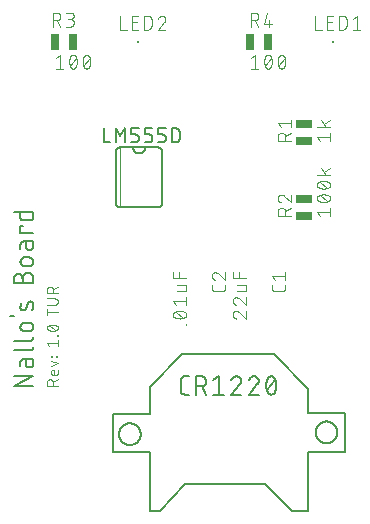
<source format=gto>
G04 EAGLE Gerber RS-274X export*
G75*
%MOMM*%
%FSLAX34Y34*%
%LPD*%
%INTop Silkscreen*%
%IPPOS*%
%AMOC8*
5,1,8,0,0,1.08239X$1,22.5*%
G01*
%ADD10C,0.152400*%
%ADD11C,0.076200*%
%ADD12C,0.101600*%
%ADD13C,0.050800*%
%ADD14C,0.127000*%
%ADD15R,0.200000X0.200000*%
%ADD16R,1.400000X0.650000*%
%ADD17R,0.650000X1.400000*%


D10*
X37338Y140462D02*
X21082Y140462D01*
X37338Y149493D01*
X21082Y149493D01*
X31016Y159563D02*
X31016Y163627D01*
X31016Y159563D02*
X31018Y159451D01*
X31024Y159340D01*
X31034Y159229D01*
X31047Y159118D01*
X31065Y159008D01*
X31087Y158899D01*
X31112Y158790D01*
X31141Y158682D01*
X31174Y158576D01*
X31211Y158470D01*
X31251Y158366D01*
X31295Y158264D01*
X31343Y158163D01*
X31394Y158064D01*
X31449Y157966D01*
X31507Y157871D01*
X31568Y157778D01*
X31633Y157687D01*
X31701Y157598D01*
X31772Y157512D01*
X31845Y157429D01*
X31922Y157348D01*
X32002Y157269D01*
X32084Y157194D01*
X32169Y157122D01*
X32256Y157052D01*
X32346Y156986D01*
X32438Y156923D01*
X32533Y156863D01*
X32629Y156807D01*
X32727Y156754D01*
X32827Y156705D01*
X32929Y156659D01*
X33032Y156617D01*
X33137Y156578D01*
X33243Y156543D01*
X33350Y156512D01*
X33458Y156485D01*
X33567Y156461D01*
X33677Y156442D01*
X33787Y156426D01*
X33898Y156414D01*
X34010Y156406D01*
X34121Y156402D01*
X34233Y156402D01*
X34344Y156406D01*
X34456Y156414D01*
X34567Y156426D01*
X34677Y156442D01*
X34787Y156461D01*
X34896Y156485D01*
X35004Y156512D01*
X35111Y156543D01*
X35217Y156578D01*
X35322Y156617D01*
X35425Y156659D01*
X35527Y156705D01*
X35627Y156754D01*
X35725Y156807D01*
X35821Y156863D01*
X35916Y156923D01*
X36008Y156986D01*
X36098Y157052D01*
X36185Y157122D01*
X36270Y157194D01*
X36352Y157269D01*
X36432Y157348D01*
X36509Y157429D01*
X36582Y157512D01*
X36653Y157598D01*
X36721Y157687D01*
X36786Y157778D01*
X36847Y157871D01*
X36905Y157966D01*
X36960Y158064D01*
X37011Y158163D01*
X37059Y158264D01*
X37103Y158366D01*
X37143Y158470D01*
X37180Y158576D01*
X37213Y158682D01*
X37242Y158790D01*
X37267Y158899D01*
X37289Y159008D01*
X37307Y159118D01*
X37320Y159229D01*
X37330Y159340D01*
X37336Y159451D01*
X37338Y159563D01*
X37338Y163627D01*
X29210Y163627D01*
X29109Y163625D01*
X29008Y163619D01*
X28907Y163610D01*
X28806Y163597D01*
X28706Y163580D01*
X28607Y163559D01*
X28509Y163535D01*
X28412Y163507D01*
X28315Y163475D01*
X28220Y163440D01*
X28127Y163401D01*
X28035Y163359D01*
X27944Y163313D01*
X27856Y163264D01*
X27769Y163212D01*
X27684Y163156D01*
X27601Y163098D01*
X27521Y163036D01*
X27443Y162971D01*
X27367Y162904D01*
X27294Y162834D01*
X27224Y162761D01*
X27157Y162685D01*
X27092Y162607D01*
X27030Y162527D01*
X26972Y162444D01*
X26916Y162359D01*
X26864Y162273D01*
X26815Y162184D01*
X26769Y162093D01*
X26727Y162001D01*
X26688Y161908D01*
X26653Y161813D01*
X26621Y161716D01*
X26593Y161619D01*
X26569Y161521D01*
X26548Y161422D01*
X26531Y161322D01*
X26518Y161221D01*
X26509Y161120D01*
X26503Y161019D01*
X26501Y160918D01*
X26501Y157305D01*
X21082Y170780D02*
X34629Y170780D01*
X34629Y170781D02*
X34730Y170783D01*
X34831Y170789D01*
X34932Y170798D01*
X35033Y170811D01*
X35133Y170828D01*
X35232Y170849D01*
X35330Y170873D01*
X35427Y170901D01*
X35524Y170933D01*
X35619Y170968D01*
X35712Y171007D01*
X35804Y171049D01*
X35895Y171095D01*
X35983Y171144D01*
X36070Y171196D01*
X36155Y171252D01*
X36238Y171310D01*
X36318Y171372D01*
X36396Y171437D01*
X36472Y171504D01*
X36545Y171574D01*
X36615Y171647D01*
X36682Y171723D01*
X36747Y171801D01*
X36809Y171881D01*
X36867Y171964D01*
X36923Y172049D01*
X36975Y172135D01*
X37024Y172224D01*
X37070Y172315D01*
X37112Y172407D01*
X37151Y172500D01*
X37186Y172595D01*
X37218Y172692D01*
X37246Y172789D01*
X37270Y172887D01*
X37291Y172986D01*
X37308Y173086D01*
X37321Y173187D01*
X37330Y173288D01*
X37336Y173389D01*
X37338Y173490D01*
X34629Y179117D02*
X21082Y179117D01*
X34629Y179117D02*
X34730Y179119D01*
X34831Y179125D01*
X34932Y179134D01*
X35033Y179147D01*
X35133Y179164D01*
X35232Y179185D01*
X35330Y179209D01*
X35427Y179237D01*
X35524Y179269D01*
X35619Y179304D01*
X35712Y179343D01*
X35804Y179385D01*
X35895Y179431D01*
X35983Y179480D01*
X36070Y179532D01*
X36155Y179588D01*
X36238Y179646D01*
X36318Y179708D01*
X36396Y179773D01*
X36472Y179840D01*
X36545Y179910D01*
X36615Y179983D01*
X36682Y180059D01*
X36747Y180137D01*
X36809Y180217D01*
X36867Y180300D01*
X36923Y180385D01*
X36975Y180471D01*
X37024Y180560D01*
X37070Y180651D01*
X37112Y180743D01*
X37151Y180836D01*
X37186Y180931D01*
X37218Y181028D01*
X37246Y181125D01*
X37270Y181223D01*
X37291Y181322D01*
X37308Y181422D01*
X37321Y181523D01*
X37330Y181624D01*
X37336Y181725D01*
X37338Y181826D01*
X33726Y187217D02*
X30113Y187217D01*
X29994Y187219D01*
X29874Y187225D01*
X29755Y187235D01*
X29637Y187249D01*
X29518Y187266D01*
X29401Y187288D01*
X29284Y187313D01*
X29169Y187343D01*
X29054Y187376D01*
X28940Y187413D01*
X28828Y187453D01*
X28717Y187498D01*
X28608Y187546D01*
X28500Y187597D01*
X28394Y187652D01*
X28290Y187711D01*
X28188Y187773D01*
X28088Y187838D01*
X27990Y187907D01*
X27894Y187979D01*
X27801Y188054D01*
X27711Y188131D01*
X27623Y188212D01*
X27538Y188296D01*
X27456Y188383D01*
X27376Y188472D01*
X27300Y188564D01*
X27226Y188658D01*
X27156Y188755D01*
X27089Y188853D01*
X27025Y188954D01*
X26965Y189058D01*
X26908Y189163D01*
X26855Y189270D01*
X26805Y189378D01*
X26759Y189488D01*
X26717Y189600D01*
X26678Y189713D01*
X26643Y189827D01*
X26612Y189942D01*
X26584Y190059D01*
X26561Y190176D01*
X26541Y190293D01*
X26525Y190412D01*
X26513Y190531D01*
X26505Y190650D01*
X26501Y190769D01*
X26501Y190889D01*
X26505Y191008D01*
X26513Y191127D01*
X26525Y191246D01*
X26541Y191365D01*
X26561Y191482D01*
X26584Y191599D01*
X26612Y191716D01*
X26643Y191831D01*
X26678Y191945D01*
X26717Y192058D01*
X26759Y192170D01*
X26805Y192280D01*
X26855Y192388D01*
X26908Y192495D01*
X26965Y192600D01*
X27025Y192704D01*
X27089Y192805D01*
X27156Y192903D01*
X27226Y193000D01*
X27300Y193094D01*
X27376Y193186D01*
X27456Y193275D01*
X27538Y193362D01*
X27623Y193446D01*
X27711Y193527D01*
X27801Y193604D01*
X27894Y193679D01*
X27990Y193751D01*
X28088Y193820D01*
X28188Y193885D01*
X28290Y193947D01*
X28394Y194006D01*
X28500Y194061D01*
X28608Y194112D01*
X28717Y194160D01*
X28828Y194205D01*
X28940Y194245D01*
X29054Y194282D01*
X29169Y194315D01*
X29284Y194345D01*
X29401Y194370D01*
X29518Y194392D01*
X29637Y194409D01*
X29755Y194423D01*
X29874Y194433D01*
X29994Y194439D01*
X30113Y194441D01*
X30113Y194442D02*
X33726Y194442D01*
X33726Y194441D02*
X33845Y194439D01*
X33965Y194433D01*
X34084Y194423D01*
X34202Y194409D01*
X34321Y194392D01*
X34438Y194370D01*
X34555Y194345D01*
X34670Y194315D01*
X34785Y194282D01*
X34899Y194245D01*
X35011Y194205D01*
X35122Y194160D01*
X35231Y194112D01*
X35339Y194061D01*
X35445Y194006D01*
X35549Y193947D01*
X35651Y193885D01*
X35751Y193820D01*
X35849Y193751D01*
X35945Y193679D01*
X36038Y193604D01*
X36128Y193527D01*
X36216Y193446D01*
X36301Y193362D01*
X36383Y193275D01*
X36463Y193186D01*
X36539Y193094D01*
X36613Y193000D01*
X36683Y192903D01*
X36750Y192805D01*
X36814Y192704D01*
X36874Y192600D01*
X36931Y192495D01*
X36984Y192388D01*
X37034Y192280D01*
X37080Y192170D01*
X37122Y192058D01*
X37161Y191945D01*
X37196Y191831D01*
X37227Y191716D01*
X37255Y191599D01*
X37278Y191482D01*
X37298Y191365D01*
X37314Y191246D01*
X37326Y191127D01*
X37334Y191008D01*
X37338Y190889D01*
X37338Y190769D01*
X37334Y190650D01*
X37326Y190531D01*
X37314Y190412D01*
X37298Y190293D01*
X37278Y190176D01*
X37255Y190059D01*
X37227Y189942D01*
X37196Y189827D01*
X37161Y189713D01*
X37122Y189600D01*
X37080Y189488D01*
X37034Y189378D01*
X36984Y189270D01*
X36931Y189163D01*
X36874Y189058D01*
X36814Y188954D01*
X36750Y188853D01*
X36683Y188755D01*
X36613Y188658D01*
X36539Y188564D01*
X36463Y188472D01*
X36383Y188383D01*
X36301Y188296D01*
X36216Y188212D01*
X36128Y188131D01*
X36038Y188054D01*
X35945Y187979D01*
X35849Y187907D01*
X35751Y187838D01*
X35651Y187773D01*
X35549Y187711D01*
X35445Y187652D01*
X35339Y187597D01*
X35231Y187546D01*
X35122Y187498D01*
X35011Y187453D01*
X34899Y187413D01*
X34785Y187376D01*
X34670Y187343D01*
X34555Y187313D01*
X34438Y187288D01*
X34321Y187266D01*
X34202Y187249D01*
X34084Y187235D01*
X33965Y187225D01*
X33845Y187219D01*
X33726Y187217D01*
X21082Y199687D02*
X17470Y199687D01*
X31016Y206287D02*
X32822Y210802D01*
X31016Y206286D02*
X30979Y206198D01*
X30938Y206112D01*
X30894Y206027D01*
X30846Y205944D01*
X30795Y205864D01*
X30741Y205785D01*
X30683Y205709D01*
X30623Y205635D01*
X30559Y205563D01*
X30493Y205495D01*
X30423Y205429D01*
X30352Y205366D01*
X30277Y205305D01*
X30201Y205248D01*
X30122Y205195D01*
X30041Y205144D01*
X29958Y205097D01*
X29873Y205053D01*
X29786Y205013D01*
X29698Y204976D01*
X29608Y204943D01*
X29517Y204913D01*
X29425Y204888D01*
X29332Y204866D01*
X29238Y204848D01*
X29144Y204833D01*
X29049Y204823D01*
X28953Y204817D01*
X28858Y204814D01*
X28762Y204815D01*
X28667Y204821D01*
X28571Y204830D01*
X28477Y204843D01*
X28383Y204859D01*
X28289Y204880D01*
X28197Y204905D01*
X28106Y204933D01*
X28016Y204965D01*
X27927Y205000D01*
X27840Y205039D01*
X27754Y205082D01*
X27670Y205128D01*
X27589Y205178D01*
X27509Y205230D01*
X27431Y205286D01*
X27356Y205346D01*
X27284Y205408D01*
X27214Y205473D01*
X27146Y205541D01*
X27082Y205611D01*
X27020Y205684D01*
X26962Y205760D01*
X26906Y205838D01*
X26854Y205918D01*
X26805Y206000D01*
X26760Y206084D01*
X26718Y206170D01*
X26679Y206257D01*
X26644Y206346D01*
X26613Y206437D01*
X26586Y206528D01*
X26562Y206621D01*
X26542Y206714D01*
X26526Y206808D01*
X26514Y206903D01*
X26505Y206998D01*
X26501Y207094D01*
X26500Y207189D01*
X26507Y207436D01*
X26519Y207682D01*
X26537Y207928D01*
X26562Y208174D01*
X26592Y208418D01*
X26628Y208662D01*
X26670Y208905D01*
X26717Y209147D01*
X26771Y209388D01*
X26830Y209627D01*
X26895Y209865D01*
X26966Y210102D01*
X27042Y210336D01*
X27124Y210569D01*
X27212Y210799D01*
X27305Y211027D01*
X27403Y211254D01*
X32823Y210803D02*
X32860Y210891D01*
X32901Y210977D01*
X32945Y211062D01*
X32993Y211145D01*
X33044Y211225D01*
X33098Y211304D01*
X33156Y211380D01*
X33216Y211454D01*
X33280Y211526D01*
X33346Y211594D01*
X33416Y211660D01*
X33487Y211723D01*
X33562Y211784D01*
X33638Y211841D01*
X33717Y211894D01*
X33798Y211945D01*
X33881Y211992D01*
X33966Y212036D01*
X34053Y212076D01*
X34141Y212113D01*
X34231Y212146D01*
X34322Y212176D01*
X34414Y212201D01*
X34507Y212223D01*
X34601Y212241D01*
X34695Y212256D01*
X34790Y212266D01*
X34886Y212272D01*
X34981Y212275D01*
X35077Y212274D01*
X35172Y212268D01*
X35268Y212259D01*
X35362Y212246D01*
X35456Y212230D01*
X35550Y212209D01*
X35642Y212184D01*
X35733Y212156D01*
X35823Y212124D01*
X35912Y212089D01*
X35999Y212050D01*
X36085Y212007D01*
X36169Y211961D01*
X36250Y211911D01*
X36330Y211859D01*
X36408Y211803D01*
X36483Y211743D01*
X36555Y211681D01*
X36625Y211616D01*
X36693Y211548D01*
X36757Y211478D01*
X36819Y211405D01*
X36877Y211329D01*
X36933Y211251D01*
X36985Y211171D01*
X37034Y211089D01*
X37079Y211005D01*
X37121Y210919D01*
X37160Y210832D01*
X37195Y210743D01*
X37226Y210652D01*
X37253Y210561D01*
X37277Y210468D01*
X37297Y210375D01*
X37313Y210281D01*
X37325Y210186D01*
X37334Y210091D01*
X37338Y209995D01*
X37339Y209900D01*
X37338Y209899D02*
X37329Y209537D01*
X37311Y209175D01*
X37284Y208814D01*
X37249Y208454D01*
X37206Y208094D01*
X37154Y207735D01*
X37093Y207378D01*
X37024Y207023D01*
X36947Y206669D01*
X36861Y206317D01*
X36767Y205967D01*
X36664Y205619D01*
X36554Y205274D01*
X36435Y204932D01*
X28307Y227687D02*
X28307Y232202D01*
X28306Y232202D02*
X28308Y232335D01*
X28314Y232467D01*
X28324Y232599D01*
X28337Y232731D01*
X28355Y232863D01*
X28376Y232993D01*
X28401Y233124D01*
X28430Y233253D01*
X28463Y233381D01*
X28499Y233509D01*
X28539Y233635D01*
X28583Y233760D01*
X28631Y233884D01*
X28682Y234006D01*
X28737Y234127D01*
X28795Y234246D01*
X28857Y234364D01*
X28922Y234479D01*
X28991Y234593D01*
X29062Y234704D01*
X29138Y234813D01*
X29216Y234920D01*
X29297Y235025D01*
X29382Y235127D01*
X29469Y235227D01*
X29559Y235324D01*
X29652Y235419D01*
X29748Y235510D01*
X29846Y235599D01*
X29947Y235685D01*
X30051Y235768D01*
X30157Y235848D01*
X30265Y235924D01*
X30375Y235998D01*
X30488Y236068D01*
X30602Y236135D01*
X30719Y236198D01*
X30837Y236258D01*
X30957Y236315D01*
X31079Y236368D01*
X31202Y236417D01*
X31326Y236463D01*
X31452Y236505D01*
X31579Y236543D01*
X31707Y236578D01*
X31836Y236609D01*
X31965Y236636D01*
X32096Y236659D01*
X32227Y236679D01*
X32359Y236694D01*
X32491Y236706D01*
X32623Y236714D01*
X32756Y236718D01*
X32888Y236718D01*
X33021Y236714D01*
X33153Y236706D01*
X33285Y236694D01*
X33417Y236679D01*
X33548Y236659D01*
X33679Y236636D01*
X33808Y236609D01*
X33937Y236578D01*
X34065Y236543D01*
X34192Y236505D01*
X34318Y236463D01*
X34442Y236417D01*
X34565Y236368D01*
X34687Y236315D01*
X34807Y236258D01*
X34925Y236198D01*
X35042Y236135D01*
X35156Y236068D01*
X35269Y235998D01*
X35379Y235924D01*
X35487Y235848D01*
X35593Y235768D01*
X35697Y235685D01*
X35798Y235599D01*
X35896Y235510D01*
X35992Y235419D01*
X36085Y235324D01*
X36175Y235227D01*
X36262Y235127D01*
X36347Y235025D01*
X36428Y234920D01*
X36506Y234813D01*
X36582Y234704D01*
X36653Y234593D01*
X36722Y234479D01*
X36787Y234364D01*
X36849Y234246D01*
X36907Y234127D01*
X36962Y234006D01*
X37013Y233884D01*
X37061Y233760D01*
X37105Y233635D01*
X37145Y233509D01*
X37181Y233381D01*
X37214Y233253D01*
X37243Y233124D01*
X37268Y232993D01*
X37289Y232863D01*
X37307Y232731D01*
X37320Y232599D01*
X37330Y232467D01*
X37336Y232335D01*
X37338Y232202D01*
X37338Y227687D01*
X21082Y227687D01*
X21082Y232202D01*
X21084Y232321D01*
X21090Y232441D01*
X21100Y232560D01*
X21114Y232678D01*
X21131Y232797D01*
X21153Y232914D01*
X21178Y233031D01*
X21208Y233146D01*
X21241Y233261D01*
X21278Y233375D01*
X21318Y233487D01*
X21363Y233598D01*
X21411Y233707D01*
X21462Y233815D01*
X21517Y233921D01*
X21576Y234025D01*
X21638Y234127D01*
X21703Y234227D01*
X21772Y234325D01*
X21844Y234421D01*
X21919Y234514D01*
X21996Y234604D01*
X22077Y234692D01*
X22161Y234777D01*
X22248Y234859D01*
X22337Y234939D01*
X22429Y235015D01*
X22523Y235089D01*
X22620Y235159D01*
X22718Y235226D01*
X22819Y235290D01*
X22923Y235350D01*
X23028Y235407D01*
X23135Y235460D01*
X23243Y235510D01*
X23353Y235556D01*
X23465Y235598D01*
X23578Y235637D01*
X23692Y235672D01*
X23807Y235703D01*
X23924Y235731D01*
X24041Y235754D01*
X24158Y235774D01*
X24277Y235790D01*
X24396Y235802D01*
X24515Y235810D01*
X24634Y235814D01*
X24754Y235814D01*
X24873Y235810D01*
X24992Y235802D01*
X25111Y235790D01*
X25230Y235774D01*
X25347Y235754D01*
X25464Y235731D01*
X25581Y235703D01*
X25696Y235672D01*
X25810Y235637D01*
X25923Y235598D01*
X26035Y235556D01*
X26145Y235510D01*
X26253Y235460D01*
X26360Y235407D01*
X26465Y235350D01*
X26569Y235290D01*
X26670Y235226D01*
X26768Y235159D01*
X26865Y235089D01*
X26959Y235015D01*
X27051Y234939D01*
X27140Y234859D01*
X27227Y234777D01*
X27311Y234692D01*
X27392Y234604D01*
X27469Y234514D01*
X27544Y234421D01*
X27616Y234325D01*
X27685Y234227D01*
X27750Y234127D01*
X27812Y234025D01*
X27871Y233921D01*
X27926Y233815D01*
X27977Y233707D01*
X28025Y233598D01*
X28070Y233487D01*
X28110Y233375D01*
X28147Y233261D01*
X28180Y233146D01*
X28210Y233031D01*
X28235Y232914D01*
X28257Y232797D01*
X28274Y232678D01*
X28288Y232560D01*
X28298Y232441D01*
X28304Y232321D01*
X28306Y232202D01*
X30113Y242447D02*
X33726Y242447D01*
X30113Y242447D02*
X29994Y242449D01*
X29874Y242455D01*
X29755Y242465D01*
X29637Y242479D01*
X29518Y242496D01*
X29401Y242518D01*
X29284Y242543D01*
X29169Y242573D01*
X29054Y242606D01*
X28940Y242643D01*
X28828Y242683D01*
X28717Y242728D01*
X28608Y242776D01*
X28500Y242827D01*
X28394Y242882D01*
X28290Y242941D01*
X28188Y243003D01*
X28088Y243068D01*
X27990Y243137D01*
X27894Y243209D01*
X27801Y243284D01*
X27711Y243361D01*
X27623Y243442D01*
X27538Y243526D01*
X27456Y243613D01*
X27376Y243702D01*
X27300Y243794D01*
X27226Y243888D01*
X27156Y243985D01*
X27089Y244083D01*
X27025Y244184D01*
X26965Y244288D01*
X26908Y244393D01*
X26855Y244500D01*
X26805Y244608D01*
X26759Y244718D01*
X26717Y244830D01*
X26678Y244943D01*
X26643Y245057D01*
X26612Y245172D01*
X26584Y245289D01*
X26561Y245406D01*
X26541Y245523D01*
X26525Y245642D01*
X26513Y245761D01*
X26505Y245880D01*
X26501Y245999D01*
X26501Y246119D01*
X26505Y246238D01*
X26513Y246357D01*
X26525Y246476D01*
X26541Y246595D01*
X26561Y246712D01*
X26584Y246829D01*
X26612Y246946D01*
X26643Y247061D01*
X26678Y247175D01*
X26717Y247288D01*
X26759Y247400D01*
X26805Y247510D01*
X26855Y247618D01*
X26908Y247725D01*
X26965Y247830D01*
X27025Y247934D01*
X27089Y248035D01*
X27156Y248133D01*
X27226Y248230D01*
X27300Y248324D01*
X27376Y248416D01*
X27456Y248505D01*
X27538Y248592D01*
X27623Y248676D01*
X27711Y248757D01*
X27801Y248834D01*
X27894Y248909D01*
X27990Y248981D01*
X28088Y249050D01*
X28188Y249115D01*
X28290Y249177D01*
X28394Y249236D01*
X28500Y249291D01*
X28608Y249342D01*
X28717Y249390D01*
X28828Y249435D01*
X28940Y249475D01*
X29054Y249512D01*
X29169Y249545D01*
X29284Y249575D01*
X29401Y249600D01*
X29518Y249622D01*
X29637Y249639D01*
X29755Y249653D01*
X29874Y249663D01*
X29994Y249669D01*
X30113Y249671D01*
X30113Y249672D02*
X33726Y249672D01*
X33726Y249671D02*
X33845Y249669D01*
X33965Y249663D01*
X34084Y249653D01*
X34202Y249639D01*
X34321Y249622D01*
X34438Y249600D01*
X34555Y249575D01*
X34670Y249545D01*
X34785Y249512D01*
X34899Y249475D01*
X35011Y249435D01*
X35122Y249390D01*
X35231Y249342D01*
X35339Y249291D01*
X35445Y249236D01*
X35549Y249177D01*
X35651Y249115D01*
X35751Y249050D01*
X35849Y248981D01*
X35945Y248909D01*
X36038Y248834D01*
X36128Y248757D01*
X36216Y248676D01*
X36301Y248592D01*
X36383Y248505D01*
X36463Y248416D01*
X36539Y248324D01*
X36613Y248230D01*
X36683Y248133D01*
X36750Y248035D01*
X36814Y247934D01*
X36874Y247830D01*
X36931Y247725D01*
X36984Y247618D01*
X37034Y247510D01*
X37080Y247400D01*
X37122Y247288D01*
X37161Y247175D01*
X37196Y247061D01*
X37227Y246946D01*
X37255Y246829D01*
X37278Y246712D01*
X37298Y246595D01*
X37314Y246476D01*
X37326Y246357D01*
X37334Y246238D01*
X37338Y246119D01*
X37338Y245999D01*
X37334Y245880D01*
X37326Y245761D01*
X37314Y245642D01*
X37298Y245523D01*
X37278Y245406D01*
X37255Y245289D01*
X37227Y245172D01*
X37196Y245057D01*
X37161Y244943D01*
X37122Y244830D01*
X37080Y244718D01*
X37034Y244608D01*
X36984Y244500D01*
X36931Y244393D01*
X36874Y244288D01*
X36814Y244184D01*
X36750Y244083D01*
X36683Y243985D01*
X36613Y243888D01*
X36539Y243794D01*
X36463Y243702D01*
X36383Y243613D01*
X36301Y243526D01*
X36216Y243442D01*
X36128Y243361D01*
X36038Y243284D01*
X35945Y243209D01*
X35849Y243137D01*
X35751Y243068D01*
X35651Y243003D01*
X35549Y242941D01*
X35445Y242882D01*
X35339Y242827D01*
X35231Y242776D01*
X35122Y242728D01*
X35011Y242683D01*
X34899Y242643D01*
X34785Y242606D01*
X34670Y242573D01*
X34555Y242543D01*
X34438Y242518D01*
X34321Y242496D01*
X34202Y242479D01*
X34084Y242465D01*
X33965Y242455D01*
X33845Y242449D01*
X33726Y242447D01*
X31016Y259082D02*
X31016Y263146D01*
X31016Y259082D02*
X31018Y258970D01*
X31024Y258859D01*
X31034Y258748D01*
X31047Y258637D01*
X31065Y258527D01*
X31087Y258418D01*
X31112Y258309D01*
X31141Y258201D01*
X31174Y258095D01*
X31211Y257989D01*
X31251Y257885D01*
X31295Y257783D01*
X31343Y257682D01*
X31394Y257583D01*
X31449Y257485D01*
X31507Y257390D01*
X31568Y257297D01*
X31633Y257206D01*
X31701Y257117D01*
X31772Y257031D01*
X31845Y256948D01*
X31922Y256867D01*
X32002Y256788D01*
X32084Y256713D01*
X32169Y256641D01*
X32256Y256571D01*
X32346Y256505D01*
X32438Y256442D01*
X32533Y256382D01*
X32629Y256326D01*
X32727Y256273D01*
X32827Y256224D01*
X32929Y256178D01*
X33032Y256136D01*
X33137Y256097D01*
X33243Y256062D01*
X33350Y256031D01*
X33458Y256004D01*
X33567Y255980D01*
X33677Y255961D01*
X33787Y255945D01*
X33898Y255933D01*
X34010Y255925D01*
X34121Y255921D01*
X34233Y255921D01*
X34344Y255925D01*
X34456Y255933D01*
X34567Y255945D01*
X34677Y255961D01*
X34787Y255980D01*
X34896Y256004D01*
X35004Y256031D01*
X35111Y256062D01*
X35217Y256097D01*
X35322Y256136D01*
X35425Y256178D01*
X35527Y256224D01*
X35627Y256273D01*
X35725Y256326D01*
X35821Y256382D01*
X35916Y256442D01*
X36008Y256505D01*
X36098Y256571D01*
X36185Y256641D01*
X36270Y256713D01*
X36352Y256788D01*
X36432Y256867D01*
X36509Y256948D01*
X36582Y257031D01*
X36653Y257117D01*
X36721Y257206D01*
X36786Y257297D01*
X36847Y257390D01*
X36905Y257485D01*
X36960Y257583D01*
X37011Y257682D01*
X37059Y257783D01*
X37103Y257885D01*
X37143Y257989D01*
X37180Y258095D01*
X37213Y258201D01*
X37242Y258309D01*
X37267Y258418D01*
X37289Y258527D01*
X37307Y258637D01*
X37320Y258748D01*
X37330Y258859D01*
X37336Y258970D01*
X37338Y259082D01*
X37338Y263146D01*
X29210Y263146D01*
X29210Y263145D02*
X29109Y263143D01*
X29008Y263137D01*
X28907Y263128D01*
X28806Y263115D01*
X28706Y263098D01*
X28607Y263077D01*
X28509Y263053D01*
X28412Y263025D01*
X28315Y262993D01*
X28220Y262958D01*
X28127Y262919D01*
X28035Y262877D01*
X27944Y262831D01*
X27856Y262782D01*
X27769Y262730D01*
X27684Y262674D01*
X27601Y262616D01*
X27521Y262554D01*
X27443Y262489D01*
X27367Y262422D01*
X27294Y262352D01*
X27224Y262279D01*
X27157Y262203D01*
X27092Y262125D01*
X27030Y262045D01*
X26972Y261962D01*
X26916Y261877D01*
X26864Y261791D01*
X26815Y261702D01*
X26769Y261611D01*
X26727Y261519D01*
X26688Y261426D01*
X26653Y261331D01*
X26621Y261234D01*
X26593Y261137D01*
X26569Y261039D01*
X26548Y260940D01*
X26531Y260840D01*
X26518Y260739D01*
X26509Y260638D01*
X26503Y260537D01*
X26501Y260436D01*
X26501Y256824D01*
X26501Y270668D02*
X37338Y270668D01*
X26501Y270668D02*
X26501Y276087D01*
X28307Y276087D01*
X21082Y288156D02*
X37338Y288156D01*
X37338Y283640D01*
X37336Y283539D01*
X37330Y283438D01*
X37321Y283337D01*
X37308Y283236D01*
X37291Y283136D01*
X37270Y283037D01*
X37246Y282939D01*
X37218Y282842D01*
X37186Y282745D01*
X37151Y282650D01*
X37112Y282557D01*
X37070Y282465D01*
X37024Y282374D01*
X36975Y282286D01*
X36923Y282199D01*
X36867Y282114D01*
X36809Y282031D01*
X36747Y281951D01*
X36682Y281873D01*
X36615Y281797D01*
X36545Y281724D01*
X36472Y281654D01*
X36396Y281587D01*
X36318Y281522D01*
X36238Y281460D01*
X36155Y281402D01*
X36070Y281346D01*
X35983Y281294D01*
X35895Y281245D01*
X35804Y281199D01*
X35712Y281157D01*
X35619Y281118D01*
X35524Y281083D01*
X35427Y281051D01*
X35330Y281023D01*
X35232Y280999D01*
X35133Y280978D01*
X35033Y280961D01*
X34932Y280948D01*
X34831Y280939D01*
X34730Y280933D01*
X34629Y280931D01*
X29210Y280931D01*
X29109Y280933D01*
X29008Y280939D01*
X28907Y280948D01*
X28806Y280961D01*
X28706Y280978D01*
X28607Y280999D01*
X28509Y281023D01*
X28412Y281051D01*
X28315Y281083D01*
X28220Y281118D01*
X28127Y281157D01*
X28035Y281199D01*
X27944Y281245D01*
X27856Y281294D01*
X27769Y281346D01*
X27684Y281402D01*
X27601Y281460D01*
X27521Y281522D01*
X27443Y281587D01*
X27367Y281654D01*
X27294Y281724D01*
X27224Y281797D01*
X27157Y281873D01*
X27092Y281951D01*
X27030Y282031D01*
X26972Y282114D01*
X26916Y282199D01*
X26864Y282286D01*
X26815Y282374D01*
X26769Y282465D01*
X26727Y282557D01*
X26688Y282650D01*
X26653Y282745D01*
X26621Y282842D01*
X26593Y282939D01*
X26569Y283037D01*
X26548Y283136D01*
X26531Y283236D01*
X26518Y283337D01*
X26509Y283438D01*
X26503Y283539D01*
X26501Y283640D01*
X26501Y288156D01*
D11*
X48895Y141097D02*
X58293Y141097D01*
X48895Y141097D02*
X48895Y143708D01*
X48897Y143809D01*
X48903Y143910D01*
X48913Y144011D01*
X48926Y144111D01*
X48944Y144211D01*
X48965Y144310D01*
X48991Y144408D01*
X49020Y144505D01*
X49052Y144601D01*
X49089Y144695D01*
X49129Y144788D01*
X49173Y144880D01*
X49220Y144969D01*
X49271Y145057D01*
X49325Y145143D01*
X49382Y145226D01*
X49442Y145308D01*
X49506Y145386D01*
X49572Y145463D01*
X49642Y145536D01*
X49714Y145607D01*
X49789Y145675D01*
X49867Y145740D01*
X49947Y145802D01*
X50029Y145861D01*
X50114Y145917D01*
X50201Y145969D01*
X50289Y146018D01*
X50380Y146064D01*
X50472Y146105D01*
X50566Y146144D01*
X50661Y146178D01*
X50757Y146209D01*
X50855Y146236D01*
X50953Y146260D01*
X51053Y146279D01*
X51153Y146295D01*
X51253Y146307D01*
X51354Y146315D01*
X51455Y146319D01*
X51557Y146319D01*
X51658Y146315D01*
X51759Y146307D01*
X51859Y146295D01*
X51959Y146279D01*
X52059Y146260D01*
X52157Y146236D01*
X52255Y146209D01*
X52351Y146178D01*
X52446Y146144D01*
X52540Y146105D01*
X52632Y146064D01*
X52723Y146018D01*
X52812Y145969D01*
X52898Y145917D01*
X52983Y145861D01*
X53065Y145802D01*
X53145Y145740D01*
X53223Y145675D01*
X53298Y145607D01*
X53370Y145536D01*
X53440Y145463D01*
X53506Y145386D01*
X53570Y145308D01*
X53630Y145226D01*
X53687Y145143D01*
X53741Y145057D01*
X53792Y144969D01*
X53839Y144880D01*
X53883Y144788D01*
X53923Y144695D01*
X53960Y144601D01*
X53992Y144505D01*
X54021Y144408D01*
X54047Y144310D01*
X54068Y144211D01*
X54086Y144111D01*
X54099Y144011D01*
X54109Y143910D01*
X54115Y143809D01*
X54117Y143708D01*
X54116Y143708D02*
X54116Y141097D01*
X54116Y144230D02*
X58293Y146318D01*
X58293Y151663D02*
X58293Y154273D01*
X58293Y151663D02*
X58291Y151586D01*
X58285Y151510D01*
X58276Y151433D01*
X58263Y151357D01*
X58246Y151282D01*
X58226Y151208D01*
X58201Y151135D01*
X58174Y151064D01*
X58143Y150993D01*
X58108Y150925D01*
X58070Y150858D01*
X58029Y150793D01*
X57985Y150730D01*
X57938Y150670D01*
X57887Y150611D01*
X57834Y150556D01*
X57779Y150503D01*
X57720Y150452D01*
X57660Y150405D01*
X57597Y150361D01*
X57532Y150320D01*
X57465Y150282D01*
X57397Y150247D01*
X57326Y150216D01*
X57255Y150189D01*
X57182Y150164D01*
X57108Y150144D01*
X57033Y150127D01*
X56957Y150114D01*
X56880Y150105D01*
X56804Y150099D01*
X56727Y150097D01*
X56727Y150096D02*
X54116Y150096D01*
X54116Y150097D02*
X54026Y150099D01*
X53937Y150105D01*
X53847Y150114D01*
X53758Y150128D01*
X53670Y150145D01*
X53583Y150166D01*
X53496Y150191D01*
X53411Y150220D01*
X53327Y150252D01*
X53245Y150287D01*
X53164Y150327D01*
X53085Y150369D01*
X53008Y150415D01*
X52933Y150465D01*
X52860Y150517D01*
X52789Y150573D01*
X52721Y150631D01*
X52656Y150693D01*
X52593Y150757D01*
X52533Y150824D01*
X52476Y150893D01*
X52422Y150965D01*
X52371Y151039D01*
X52323Y151115D01*
X52279Y151193D01*
X52238Y151273D01*
X52200Y151355D01*
X52166Y151438D01*
X52136Y151523D01*
X52109Y151609D01*
X52086Y151695D01*
X52067Y151783D01*
X52052Y151872D01*
X52040Y151961D01*
X52032Y152050D01*
X52028Y152140D01*
X52028Y152230D01*
X52032Y152320D01*
X52040Y152409D01*
X52052Y152498D01*
X52067Y152587D01*
X52086Y152675D01*
X52109Y152761D01*
X52136Y152847D01*
X52166Y152932D01*
X52200Y153015D01*
X52238Y153097D01*
X52279Y153177D01*
X52323Y153255D01*
X52371Y153331D01*
X52422Y153405D01*
X52476Y153477D01*
X52533Y153546D01*
X52593Y153613D01*
X52656Y153677D01*
X52721Y153739D01*
X52789Y153797D01*
X52860Y153853D01*
X52933Y153905D01*
X53008Y153955D01*
X53085Y154001D01*
X53164Y154043D01*
X53245Y154083D01*
X53327Y154118D01*
X53411Y154150D01*
X53496Y154179D01*
X53583Y154204D01*
X53670Y154225D01*
X53758Y154242D01*
X53847Y154256D01*
X53937Y154265D01*
X54026Y154271D01*
X54116Y154273D01*
X55160Y154273D01*
X55160Y150096D01*
X52028Y157716D02*
X58293Y159805D01*
X52028Y161893D01*
X56988Y165335D02*
X57510Y165335D01*
X56988Y165335D02*
X56988Y165857D01*
X57510Y165857D01*
X57510Y165335D01*
X53333Y165335D02*
X52811Y165335D01*
X52811Y165857D01*
X53333Y165857D01*
X53333Y165335D01*
X50983Y174568D02*
X48895Y177178D01*
X58293Y177178D01*
X58293Y174568D02*
X58293Y179789D01*
X58293Y183318D02*
X57771Y183318D01*
X57771Y183840D01*
X58293Y183840D01*
X58293Y183318D01*
X53594Y187369D02*
X53409Y187371D01*
X53224Y187378D01*
X53040Y187389D01*
X52856Y187404D01*
X52672Y187424D01*
X52488Y187448D01*
X52306Y187477D01*
X52124Y187510D01*
X51943Y187547D01*
X51763Y187589D01*
X51583Y187635D01*
X51405Y187685D01*
X51229Y187739D01*
X51053Y187798D01*
X50879Y187860D01*
X50707Y187927D01*
X50536Y187998D01*
X50367Y188073D01*
X50200Y188152D01*
X50120Y188182D01*
X50041Y188215D01*
X49964Y188252D01*
X49888Y188292D01*
X49814Y188335D01*
X49742Y188381D01*
X49673Y188431D01*
X49605Y188483D01*
X49540Y188539D01*
X49477Y188597D01*
X49418Y188659D01*
X49360Y188722D01*
X49306Y188789D01*
X49255Y188857D01*
X49207Y188928D01*
X49162Y189001D01*
X49120Y189075D01*
X49082Y189152D01*
X49047Y189230D01*
X49015Y189309D01*
X48987Y189390D01*
X48963Y189472D01*
X48942Y189556D01*
X48925Y189639D01*
X48912Y189724D01*
X48903Y189809D01*
X48897Y189894D01*
X48895Y189980D01*
X48897Y190066D01*
X48903Y190151D01*
X48912Y190236D01*
X48925Y190321D01*
X48942Y190404D01*
X48963Y190488D01*
X48987Y190570D01*
X49015Y190651D01*
X49047Y190730D01*
X49082Y190808D01*
X49120Y190885D01*
X49162Y190959D01*
X49207Y191032D01*
X49255Y191103D01*
X49306Y191171D01*
X49360Y191238D01*
X49418Y191301D01*
X49477Y191363D01*
X49540Y191421D01*
X49605Y191477D01*
X49673Y191529D01*
X49742Y191579D01*
X49814Y191625D01*
X49888Y191668D01*
X49964Y191708D01*
X50041Y191745D01*
X50120Y191778D01*
X50200Y191808D01*
X50367Y191887D01*
X50536Y191962D01*
X50707Y192033D01*
X50879Y192100D01*
X51053Y192162D01*
X51229Y192221D01*
X51405Y192275D01*
X51583Y192325D01*
X51763Y192371D01*
X51943Y192413D01*
X52124Y192450D01*
X52306Y192483D01*
X52488Y192512D01*
X52672Y192536D01*
X52856Y192556D01*
X53040Y192571D01*
X53224Y192582D01*
X53409Y192589D01*
X53594Y192591D01*
X53594Y187369D02*
X53779Y187371D01*
X53964Y187378D01*
X54148Y187389D01*
X54332Y187404D01*
X54516Y187424D01*
X54700Y187448D01*
X54882Y187477D01*
X55064Y187510D01*
X55245Y187547D01*
X55425Y187589D01*
X55605Y187635D01*
X55783Y187685D01*
X55959Y187739D01*
X56135Y187798D01*
X56309Y187860D01*
X56481Y187927D01*
X56652Y187998D01*
X56821Y188073D01*
X56988Y188152D01*
X57068Y188182D01*
X57147Y188215D01*
X57224Y188252D01*
X57300Y188292D01*
X57374Y188335D01*
X57446Y188381D01*
X57515Y188431D01*
X57583Y188484D01*
X57648Y188539D01*
X57711Y188598D01*
X57770Y188659D01*
X57828Y188722D01*
X57882Y188789D01*
X57933Y188857D01*
X57981Y188928D01*
X58026Y189001D01*
X58068Y189075D01*
X58106Y189152D01*
X58141Y189230D01*
X58173Y189309D01*
X58201Y189390D01*
X58225Y189472D01*
X58246Y189556D01*
X58263Y189639D01*
X58276Y189724D01*
X58285Y189809D01*
X58291Y189894D01*
X58293Y189980D01*
X56988Y191807D02*
X56821Y191886D01*
X56652Y191961D01*
X56481Y192032D01*
X56309Y192099D01*
X56135Y192161D01*
X55959Y192220D01*
X55783Y192274D01*
X55605Y192324D01*
X55425Y192370D01*
X55245Y192412D01*
X55064Y192449D01*
X54882Y192482D01*
X54700Y192511D01*
X54516Y192535D01*
X54332Y192555D01*
X54148Y192570D01*
X53964Y192581D01*
X53779Y192588D01*
X53594Y192590D01*
X56988Y191808D02*
X57068Y191778D01*
X57147Y191745D01*
X57224Y191708D01*
X57300Y191668D01*
X57374Y191625D01*
X57446Y191579D01*
X57515Y191529D01*
X57583Y191477D01*
X57648Y191421D01*
X57711Y191363D01*
X57770Y191301D01*
X57828Y191238D01*
X57882Y191171D01*
X57933Y191103D01*
X57981Y191032D01*
X58026Y190959D01*
X58068Y190885D01*
X58106Y190808D01*
X58141Y190730D01*
X58173Y190651D01*
X58201Y190570D01*
X58225Y190488D01*
X58246Y190404D01*
X58263Y190321D01*
X58276Y190236D01*
X58285Y190151D01*
X58291Y190066D01*
X58293Y189980D01*
X56205Y187891D02*
X50983Y192068D01*
X48895Y203391D02*
X58293Y203391D01*
X48895Y200780D02*
X48895Y206001D01*
X48895Y209620D02*
X55682Y209620D01*
X55682Y209619D02*
X55783Y209621D01*
X55884Y209627D01*
X55985Y209637D01*
X56085Y209650D01*
X56185Y209668D01*
X56284Y209689D01*
X56382Y209715D01*
X56479Y209744D01*
X56575Y209776D01*
X56669Y209813D01*
X56762Y209853D01*
X56854Y209897D01*
X56943Y209944D01*
X57031Y209995D01*
X57117Y210049D01*
X57200Y210106D01*
X57282Y210166D01*
X57360Y210230D01*
X57437Y210296D01*
X57510Y210366D01*
X57581Y210438D01*
X57649Y210513D01*
X57714Y210591D01*
X57776Y210671D01*
X57835Y210753D01*
X57891Y210838D01*
X57943Y210924D01*
X57992Y211013D01*
X58038Y211104D01*
X58079Y211196D01*
X58118Y211290D01*
X58152Y211385D01*
X58183Y211481D01*
X58210Y211579D01*
X58234Y211677D01*
X58253Y211777D01*
X58269Y211877D01*
X58281Y211977D01*
X58289Y212078D01*
X58293Y212179D01*
X58293Y212281D01*
X58289Y212382D01*
X58281Y212483D01*
X58269Y212583D01*
X58253Y212683D01*
X58234Y212783D01*
X58210Y212881D01*
X58183Y212979D01*
X58152Y213075D01*
X58118Y213170D01*
X58079Y213264D01*
X58038Y213356D01*
X57992Y213447D01*
X57943Y213535D01*
X57891Y213622D01*
X57835Y213707D01*
X57776Y213789D01*
X57714Y213869D01*
X57649Y213947D01*
X57581Y214022D01*
X57510Y214094D01*
X57437Y214164D01*
X57360Y214230D01*
X57282Y214294D01*
X57200Y214354D01*
X57117Y214411D01*
X57031Y214465D01*
X56943Y214516D01*
X56854Y214563D01*
X56762Y214607D01*
X56669Y214647D01*
X56575Y214684D01*
X56479Y214716D01*
X56382Y214745D01*
X56284Y214771D01*
X56185Y214792D01*
X56085Y214810D01*
X55985Y214823D01*
X55884Y214833D01*
X55783Y214839D01*
X55682Y214841D01*
X48895Y214841D01*
X48895Y219430D02*
X58293Y219430D01*
X48895Y219430D02*
X48895Y222041D01*
X48897Y222142D01*
X48903Y222243D01*
X48913Y222344D01*
X48926Y222444D01*
X48944Y222544D01*
X48965Y222643D01*
X48991Y222741D01*
X49020Y222838D01*
X49052Y222934D01*
X49089Y223028D01*
X49129Y223121D01*
X49173Y223213D01*
X49220Y223302D01*
X49271Y223390D01*
X49325Y223476D01*
X49382Y223559D01*
X49442Y223641D01*
X49506Y223719D01*
X49572Y223796D01*
X49642Y223869D01*
X49714Y223940D01*
X49789Y224008D01*
X49867Y224073D01*
X49947Y224135D01*
X50029Y224194D01*
X50114Y224250D01*
X50201Y224302D01*
X50289Y224351D01*
X50380Y224397D01*
X50472Y224438D01*
X50566Y224477D01*
X50661Y224511D01*
X50757Y224542D01*
X50855Y224569D01*
X50953Y224593D01*
X51053Y224612D01*
X51153Y224628D01*
X51253Y224640D01*
X51354Y224648D01*
X51455Y224652D01*
X51557Y224652D01*
X51658Y224648D01*
X51759Y224640D01*
X51859Y224628D01*
X51959Y224612D01*
X52059Y224593D01*
X52157Y224569D01*
X52255Y224542D01*
X52351Y224511D01*
X52446Y224477D01*
X52540Y224438D01*
X52632Y224397D01*
X52723Y224351D01*
X52812Y224302D01*
X52898Y224250D01*
X52983Y224194D01*
X53065Y224135D01*
X53145Y224073D01*
X53223Y224008D01*
X53298Y223940D01*
X53370Y223869D01*
X53440Y223796D01*
X53506Y223719D01*
X53570Y223641D01*
X53630Y223559D01*
X53687Y223476D01*
X53741Y223390D01*
X53792Y223302D01*
X53839Y223213D01*
X53883Y223121D01*
X53923Y223028D01*
X53960Y222934D01*
X53992Y222838D01*
X54021Y222741D01*
X54047Y222643D01*
X54068Y222544D01*
X54086Y222444D01*
X54099Y222344D01*
X54109Y222243D01*
X54115Y222142D01*
X54117Y222041D01*
X54116Y222041D02*
X54116Y219430D01*
X54116Y222563D02*
X58293Y224651D01*
D12*
X250952Y223529D02*
X250952Y226126D01*
X250952Y223529D02*
X250950Y223430D01*
X250944Y223330D01*
X250935Y223231D01*
X250922Y223133D01*
X250905Y223035D01*
X250884Y222937D01*
X250859Y222841D01*
X250831Y222746D01*
X250799Y222652D01*
X250764Y222559D01*
X250725Y222467D01*
X250682Y222377D01*
X250637Y222289D01*
X250587Y222202D01*
X250535Y222118D01*
X250479Y222035D01*
X250421Y221955D01*
X250359Y221877D01*
X250294Y221802D01*
X250226Y221729D01*
X250156Y221659D01*
X250083Y221591D01*
X250008Y221526D01*
X249930Y221464D01*
X249850Y221406D01*
X249767Y221350D01*
X249683Y221298D01*
X249596Y221248D01*
X249508Y221203D01*
X249418Y221160D01*
X249326Y221121D01*
X249233Y221086D01*
X249139Y221054D01*
X249044Y221026D01*
X248948Y221001D01*
X248850Y220980D01*
X248752Y220963D01*
X248654Y220950D01*
X248555Y220941D01*
X248455Y220935D01*
X248356Y220933D01*
X241864Y220933D01*
X241864Y220932D02*
X241765Y220934D01*
X241665Y220940D01*
X241566Y220949D01*
X241468Y220962D01*
X241370Y220980D01*
X241272Y221000D01*
X241176Y221025D01*
X241080Y221053D01*
X240986Y221085D01*
X240893Y221120D01*
X240802Y221159D01*
X240712Y221202D01*
X240623Y221247D01*
X240537Y221297D01*
X240452Y221349D01*
X240370Y221405D01*
X240290Y221464D01*
X240212Y221525D01*
X240136Y221590D01*
X240063Y221658D01*
X239993Y221728D01*
X239925Y221801D01*
X239860Y221877D01*
X239799Y221955D01*
X239740Y222035D01*
X239684Y222117D01*
X239632Y222202D01*
X239583Y222288D01*
X239537Y222377D01*
X239494Y222467D01*
X239455Y222558D01*
X239420Y222651D01*
X239388Y222745D01*
X239360Y222841D01*
X239335Y222937D01*
X239315Y223035D01*
X239297Y223133D01*
X239284Y223231D01*
X239275Y223330D01*
X239269Y223429D01*
X239267Y223529D01*
X239268Y223529D02*
X239268Y226126D01*
X241864Y230491D02*
X239268Y233736D01*
X250952Y233736D01*
X250952Y230491D02*
X250952Y236982D01*
X209169Y204349D02*
X209062Y204347D01*
X208956Y204341D01*
X208850Y204331D01*
X208744Y204318D01*
X208638Y204300D01*
X208534Y204279D01*
X208430Y204254D01*
X208327Y204225D01*
X208226Y204193D01*
X208126Y204156D01*
X208027Y204116D01*
X207929Y204073D01*
X207833Y204026D01*
X207739Y203975D01*
X207647Y203921D01*
X207557Y203864D01*
X207469Y203804D01*
X207384Y203740D01*
X207301Y203673D01*
X207220Y203603D01*
X207142Y203531D01*
X207066Y203455D01*
X206994Y203377D01*
X206924Y203296D01*
X206857Y203213D01*
X206793Y203128D01*
X206733Y203040D01*
X206676Y202950D01*
X206622Y202858D01*
X206571Y202764D01*
X206524Y202668D01*
X206481Y202570D01*
X206441Y202471D01*
X206404Y202371D01*
X206372Y202270D01*
X206343Y202167D01*
X206318Y202063D01*
X206297Y201959D01*
X206279Y201853D01*
X206266Y201747D01*
X206256Y201641D01*
X206250Y201535D01*
X206248Y201428D01*
X206250Y201307D01*
X206256Y201186D01*
X206266Y201066D01*
X206279Y200945D01*
X206297Y200826D01*
X206318Y200706D01*
X206343Y200588D01*
X206372Y200471D01*
X206405Y200354D01*
X206441Y200239D01*
X206482Y200125D01*
X206525Y200012D01*
X206573Y199900D01*
X206624Y199791D01*
X206679Y199683D01*
X206737Y199576D01*
X206798Y199472D01*
X206863Y199370D01*
X206931Y199270D01*
X207002Y199172D01*
X207076Y199076D01*
X207153Y198983D01*
X207234Y198893D01*
X207317Y198805D01*
X207403Y198720D01*
X207492Y198637D01*
X207583Y198558D01*
X207677Y198481D01*
X207773Y198408D01*
X207871Y198338D01*
X207972Y198271D01*
X208075Y198207D01*
X208180Y198147D01*
X208287Y198089D01*
X208395Y198036D01*
X208505Y197986D01*
X208617Y197940D01*
X208730Y197897D01*
X208845Y197858D01*
X211441Y203374D02*
X211363Y203453D01*
X211283Y203529D01*
X211200Y203602D01*
X211114Y203672D01*
X211027Y203739D01*
X210936Y203803D01*
X210844Y203863D01*
X210750Y203921D01*
X210653Y203975D01*
X210555Y204025D01*
X210455Y204072D01*
X210354Y204116D01*
X210251Y204156D01*
X210146Y204192D01*
X210041Y204224D01*
X209934Y204253D01*
X209827Y204278D01*
X209718Y204300D01*
X209609Y204317D01*
X209500Y204331D01*
X209390Y204340D01*
X209279Y204346D01*
X209169Y204348D01*
X211441Y203375D02*
X217932Y197858D01*
X217932Y204349D01*
X209169Y215779D02*
X209062Y215777D01*
X208956Y215771D01*
X208850Y215761D01*
X208744Y215748D01*
X208638Y215730D01*
X208534Y215709D01*
X208430Y215684D01*
X208327Y215655D01*
X208226Y215623D01*
X208126Y215586D01*
X208027Y215546D01*
X207929Y215503D01*
X207833Y215456D01*
X207739Y215405D01*
X207647Y215351D01*
X207557Y215294D01*
X207469Y215234D01*
X207384Y215170D01*
X207301Y215103D01*
X207220Y215033D01*
X207142Y214961D01*
X207066Y214885D01*
X206994Y214807D01*
X206924Y214726D01*
X206857Y214643D01*
X206793Y214558D01*
X206733Y214470D01*
X206676Y214380D01*
X206622Y214288D01*
X206571Y214194D01*
X206524Y214098D01*
X206481Y214000D01*
X206441Y213901D01*
X206404Y213801D01*
X206372Y213700D01*
X206343Y213597D01*
X206318Y213493D01*
X206297Y213389D01*
X206279Y213283D01*
X206266Y213177D01*
X206256Y213071D01*
X206250Y212965D01*
X206248Y212858D01*
X206250Y212737D01*
X206256Y212616D01*
X206266Y212496D01*
X206279Y212375D01*
X206297Y212256D01*
X206318Y212136D01*
X206343Y212018D01*
X206372Y211901D01*
X206405Y211784D01*
X206441Y211669D01*
X206482Y211555D01*
X206525Y211442D01*
X206573Y211330D01*
X206624Y211221D01*
X206679Y211113D01*
X206737Y211006D01*
X206798Y210902D01*
X206863Y210800D01*
X206931Y210700D01*
X207002Y210602D01*
X207076Y210506D01*
X207153Y210413D01*
X207234Y210323D01*
X207317Y210235D01*
X207403Y210150D01*
X207492Y210067D01*
X207583Y209988D01*
X207677Y209911D01*
X207773Y209838D01*
X207871Y209768D01*
X207972Y209701D01*
X208075Y209637D01*
X208180Y209577D01*
X208287Y209519D01*
X208395Y209466D01*
X208505Y209416D01*
X208617Y209370D01*
X208730Y209327D01*
X208845Y209288D01*
X211441Y214804D02*
X211363Y214883D01*
X211283Y214959D01*
X211200Y215032D01*
X211114Y215102D01*
X211027Y215169D01*
X210936Y215233D01*
X210844Y215293D01*
X210750Y215351D01*
X210653Y215405D01*
X210555Y215455D01*
X210455Y215502D01*
X210354Y215546D01*
X210251Y215586D01*
X210146Y215622D01*
X210041Y215654D01*
X209934Y215683D01*
X209827Y215708D01*
X209718Y215730D01*
X209609Y215747D01*
X209500Y215761D01*
X209390Y215770D01*
X209279Y215776D01*
X209169Y215778D01*
X211441Y214805D02*
X217932Y209288D01*
X217932Y215779D01*
X215985Y220986D02*
X210143Y220986D01*
X215985Y220986D02*
X216072Y220988D01*
X216160Y220994D01*
X216246Y221004D01*
X216333Y221017D01*
X216418Y221035D01*
X216503Y221056D01*
X216587Y221081D01*
X216669Y221110D01*
X216750Y221143D01*
X216830Y221179D01*
X216908Y221218D01*
X216984Y221262D01*
X217058Y221308D01*
X217129Y221358D01*
X217199Y221411D01*
X217266Y221467D01*
X217330Y221526D01*
X217392Y221588D01*
X217451Y221652D01*
X217507Y221719D01*
X217560Y221789D01*
X217610Y221860D01*
X217656Y221934D01*
X217700Y222010D01*
X217739Y222088D01*
X217775Y222168D01*
X217808Y222249D01*
X217837Y222331D01*
X217862Y222415D01*
X217883Y222500D01*
X217901Y222585D01*
X217914Y222672D01*
X217924Y222758D01*
X217930Y222846D01*
X217932Y222933D01*
X217932Y226179D01*
X210143Y226179D01*
X206248Y231789D02*
X217932Y231789D01*
X206248Y231789D02*
X206248Y236982D01*
X211441Y236982D02*
X211441Y231789D01*
X200152Y226126D02*
X200152Y223529D01*
X200150Y223430D01*
X200144Y223330D01*
X200135Y223231D01*
X200122Y223133D01*
X200105Y223035D01*
X200084Y222937D01*
X200059Y222841D01*
X200031Y222746D01*
X199999Y222652D01*
X199964Y222559D01*
X199925Y222467D01*
X199882Y222377D01*
X199837Y222289D01*
X199787Y222202D01*
X199735Y222118D01*
X199679Y222035D01*
X199621Y221955D01*
X199559Y221877D01*
X199494Y221802D01*
X199426Y221729D01*
X199356Y221659D01*
X199283Y221591D01*
X199208Y221526D01*
X199130Y221464D01*
X199050Y221406D01*
X198967Y221350D01*
X198883Y221298D01*
X198796Y221248D01*
X198708Y221203D01*
X198618Y221160D01*
X198526Y221121D01*
X198433Y221086D01*
X198339Y221054D01*
X198244Y221026D01*
X198148Y221001D01*
X198050Y220980D01*
X197952Y220963D01*
X197854Y220950D01*
X197755Y220941D01*
X197655Y220935D01*
X197556Y220933D01*
X191064Y220933D01*
X191064Y220932D02*
X190965Y220934D01*
X190865Y220940D01*
X190766Y220949D01*
X190668Y220962D01*
X190570Y220980D01*
X190472Y221000D01*
X190376Y221025D01*
X190280Y221053D01*
X190186Y221085D01*
X190093Y221120D01*
X190002Y221159D01*
X189912Y221202D01*
X189823Y221247D01*
X189737Y221297D01*
X189652Y221349D01*
X189570Y221405D01*
X189490Y221464D01*
X189412Y221525D01*
X189336Y221590D01*
X189263Y221658D01*
X189193Y221728D01*
X189125Y221801D01*
X189060Y221877D01*
X188999Y221955D01*
X188940Y222035D01*
X188884Y222117D01*
X188832Y222202D01*
X188783Y222288D01*
X188737Y222377D01*
X188694Y222467D01*
X188655Y222558D01*
X188620Y222651D01*
X188588Y222745D01*
X188560Y222841D01*
X188535Y222937D01*
X188515Y223035D01*
X188497Y223133D01*
X188484Y223231D01*
X188475Y223330D01*
X188469Y223429D01*
X188467Y223529D01*
X188468Y223529D02*
X188468Y226126D01*
X188468Y234061D02*
X188470Y234168D01*
X188476Y234274D01*
X188486Y234380D01*
X188499Y234486D01*
X188517Y234592D01*
X188538Y234696D01*
X188563Y234800D01*
X188592Y234903D01*
X188624Y235004D01*
X188661Y235104D01*
X188701Y235203D01*
X188744Y235301D01*
X188791Y235397D01*
X188842Y235491D01*
X188896Y235583D01*
X188953Y235673D01*
X189013Y235761D01*
X189077Y235846D01*
X189144Y235929D01*
X189214Y236010D01*
X189286Y236088D01*
X189362Y236164D01*
X189440Y236236D01*
X189521Y236306D01*
X189604Y236373D01*
X189689Y236437D01*
X189777Y236497D01*
X189867Y236554D01*
X189959Y236608D01*
X190053Y236659D01*
X190149Y236706D01*
X190247Y236749D01*
X190346Y236789D01*
X190446Y236826D01*
X190547Y236858D01*
X190650Y236887D01*
X190754Y236912D01*
X190858Y236933D01*
X190964Y236951D01*
X191070Y236964D01*
X191176Y236974D01*
X191282Y236980D01*
X191389Y236982D01*
X188468Y234061D02*
X188470Y233940D01*
X188476Y233819D01*
X188486Y233699D01*
X188499Y233578D01*
X188517Y233459D01*
X188538Y233339D01*
X188563Y233221D01*
X188592Y233104D01*
X188625Y232987D01*
X188661Y232872D01*
X188702Y232758D01*
X188745Y232645D01*
X188793Y232533D01*
X188844Y232424D01*
X188899Y232316D01*
X188957Y232209D01*
X189018Y232105D01*
X189083Y232003D01*
X189151Y231903D01*
X189222Y231805D01*
X189296Y231709D01*
X189373Y231616D01*
X189454Y231526D01*
X189537Y231438D01*
X189623Y231353D01*
X189712Y231270D01*
X189803Y231191D01*
X189897Y231114D01*
X189993Y231041D01*
X190091Y230971D01*
X190192Y230904D01*
X190295Y230840D01*
X190400Y230780D01*
X190507Y230722D01*
X190615Y230669D01*
X190725Y230619D01*
X190837Y230573D01*
X190950Y230530D01*
X191065Y230491D01*
X193661Y236008D02*
X193583Y236087D01*
X193503Y236163D01*
X193420Y236236D01*
X193334Y236306D01*
X193247Y236373D01*
X193156Y236437D01*
X193064Y236497D01*
X192970Y236555D01*
X192873Y236609D01*
X192775Y236659D01*
X192675Y236706D01*
X192574Y236750D01*
X192471Y236790D01*
X192366Y236826D01*
X192261Y236858D01*
X192154Y236887D01*
X192047Y236912D01*
X191938Y236934D01*
X191829Y236951D01*
X191720Y236965D01*
X191610Y236974D01*
X191499Y236980D01*
X191389Y236982D01*
X193661Y236008D02*
X200152Y230491D01*
X200152Y236982D01*
X167132Y192778D02*
X166483Y192778D01*
X166483Y193427D01*
X167132Y193427D01*
X167132Y192778D01*
X161290Y197857D02*
X161060Y197860D01*
X160830Y197868D01*
X160601Y197882D01*
X160372Y197901D01*
X160143Y197926D01*
X159915Y197956D01*
X159688Y197991D01*
X159462Y198032D01*
X159237Y198078D01*
X159013Y198130D01*
X158790Y198187D01*
X158569Y198249D01*
X158349Y198317D01*
X158131Y198390D01*
X157915Y198468D01*
X157701Y198551D01*
X157489Y198639D01*
X157278Y198732D01*
X157071Y198831D01*
X156981Y198864D01*
X156892Y198900D01*
X156804Y198940D01*
X156719Y198984D01*
X156635Y199031D01*
X156553Y199081D01*
X156473Y199135D01*
X156396Y199191D01*
X156320Y199251D01*
X156247Y199314D01*
X156177Y199379D01*
X156109Y199448D01*
X156045Y199519D01*
X155983Y199592D01*
X155924Y199668D01*
X155868Y199746D01*
X155815Y199827D01*
X155766Y199909D01*
X155720Y199993D01*
X155677Y200080D01*
X155638Y200167D01*
X155602Y200257D01*
X155570Y200347D01*
X155542Y200439D01*
X155517Y200532D01*
X155496Y200626D01*
X155479Y200720D01*
X155465Y200815D01*
X155456Y200911D01*
X155450Y201007D01*
X155448Y201103D01*
X155450Y201199D01*
X155456Y201295D01*
X155465Y201391D01*
X155479Y201486D01*
X155496Y201580D01*
X155517Y201674D01*
X155542Y201767D01*
X155570Y201859D01*
X155602Y201949D01*
X155638Y202039D01*
X155677Y202127D01*
X155720Y202213D01*
X155766Y202297D01*
X155815Y202379D01*
X155868Y202460D01*
X155924Y202538D01*
X155983Y202614D01*
X156045Y202687D01*
X156109Y202758D01*
X156177Y202827D01*
X156247Y202892D01*
X156320Y202955D01*
X156396Y203015D01*
X156473Y203071D01*
X156553Y203125D01*
X156635Y203175D01*
X156719Y203222D01*
X156804Y203266D01*
X156892Y203306D01*
X156981Y203342D01*
X157071Y203375D01*
X157278Y203474D01*
X157489Y203567D01*
X157701Y203655D01*
X157915Y203738D01*
X158131Y203816D01*
X158349Y203889D01*
X158569Y203957D01*
X158790Y204019D01*
X159013Y204076D01*
X159237Y204128D01*
X159462Y204174D01*
X159688Y204215D01*
X159915Y204250D01*
X160143Y204280D01*
X160372Y204305D01*
X160601Y204324D01*
X160830Y204338D01*
X161060Y204346D01*
X161290Y204349D01*
X161290Y197857D02*
X161520Y197860D01*
X161750Y197868D01*
X161979Y197882D01*
X162208Y197901D01*
X162437Y197926D01*
X162665Y197956D01*
X162892Y197991D01*
X163118Y198032D01*
X163343Y198078D01*
X163567Y198130D01*
X163790Y198187D01*
X164011Y198249D01*
X164231Y198317D01*
X164449Y198390D01*
X164665Y198468D01*
X164879Y198551D01*
X165091Y198639D01*
X165302Y198732D01*
X165509Y198831D01*
X165599Y198864D01*
X165688Y198900D01*
X165776Y198941D01*
X165861Y198984D01*
X165945Y199031D01*
X166027Y199081D01*
X166107Y199135D01*
X166184Y199191D01*
X166260Y199251D01*
X166333Y199314D01*
X166403Y199379D01*
X166471Y199448D01*
X166535Y199519D01*
X166597Y199592D01*
X166656Y199668D01*
X166712Y199746D01*
X166765Y199827D01*
X166814Y199909D01*
X166860Y199993D01*
X166903Y200080D01*
X166942Y200167D01*
X166978Y200257D01*
X167010Y200347D01*
X167038Y200439D01*
X167063Y200532D01*
X167084Y200626D01*
X167101Y200720D01*
X167115Y200815D01*
X167124Y200911D01*
X167130Y201007D01*
X167132Y201103D01*
X165509Y203375D02*
X165302Y203474D01*
X165091Y203567D01*
X164879Y203655D01*
X164665Y203738D01*
X164449Y203816D01*
X164231Y203889D01*
X164011Y203957D01*
X163790Y204019D01*
X163567Y204076D01*
X163343Y204128D01*
X163118Y204174D01*
X162892Y204215D01*
X162665Y204250D01*
X162437Y204280D01*
X162208Y204305D01*
X161979Y204324D01*
X161750Y204338D01*
X161520Y204346D01*
X161290Y204349D01*
X165509Y203375D02*
X165599Y203342D01*
X165688Y203306D01*
X165776Y203266D01*
X165861Y203222D01*
X165945Y203175D01*
X166027Y203125D01*
X166107Y203071D01*
X166184Y203015D01*
X166260Y202955D01*
X166333Y202892D01*
X166403Y202827D01*
X166471Y202758D01*
X166535Y202687D01*
X166597Y202614D01*
X166656Y202538D01*
X166712Y202460D01*
X166765Y202379D01*
X166814Y202297D01*
X166860Y202213D01*
X166903Y202126D01*
X166942Y202039D01*
X166978Y201949D01*
X167010Y201859D01*
X167038Y201767D01*
X167063Y201674D01*
X167084Y201580D01*
X167101Y201486D01*
X167115Y201391D01*
X167124Y201295D01*
X167130Y201199D01*
X167132Y201103D01*
X164536Y198507D02*
X158044Y203700D01*
X158044Y209288D02*
X155448Y212533D01*
X167132Y212533D01*
X167132Y209288D02*
X167132Y215779D01*
X165185Y220986D02*
X159343Y220986D01*
X165185Y220986D02*
X165272Y220988D01*
X165360Y220994D01*
X165446Y221004D01*
X165533Y221017D01*
X165618Y221035D01*
X165703Y221056D01*
X165787Y221081D01*
X165869Y221110D01*
X165950Y221143D01*
X166030Y221179D01*
X166108Y221218D01*
X166184Y221262D01*
X166258Y221308D01*
X166329Y221358D01*
X166399Y221411D01*
X166466Y221467D01*
X166530Y221526D01*
X166592Y221588D01*
X166651Y221652D01*
X166707Y221719D01*
X166760Y221789D01*
X166810Y221860D01*
X166856Y221934D01*
X166900Y222010D01*
X166939Y222088D01*
X166975Y222168D01*
X167008Y222249D01*
X167037Y222331D01*
X167062Y222415D01*
X167083Y222500D01*
X167101Y222585D01*
X167114Y222672D01*
X167124Y222758D01*
X167130Y222846D01*
X167132Y222933D01*
X167132Y226179D01*
X159343Y226179D01*
X155448Y231789D02*
X167132Y231789D01*
X155448Y231789D02*
X155448Y236982D01*
X160641Y236982D02*
X160641Y231789D01*
D10*
X146558Y295910D02*
X146558Y339090D01*
X107442Y295910D02*
X107444Y295788D01*
X107450Y295666D01*
X107460Y295544D01*
X107473Y295423D01*
X107491Y295302D01*
X107512Y295182D01*
X107538Y295062D01*
X107567Y294944D01*
X107599Y294826D01*
X107636Y294709D01*
X107676Y294594D01*
X107720Y294480D01*
X107768Y294368D01*
X107819Y294257D01*
X107874Y294148D01*
X107932Y294040D01*
X107994Y293935D01*
X108059Y293832D01*
X108127Y293730D01*
X108199Y293631D01*
X108273Y293535D01*
X108351Y293440D01*
X108432Y293349D01*
X108515Y293259D01*
X108601Y293173D01*
X108691Y293090D01*
X108782Y293009D01*
X108877Y292931D01*
X108973Y292857D01*
X109072Y292785D01*
X109174Y292717D01*
X109277Y292652D01*
X109382Y292590D01*
X109490Y292532D01*
X109599Y292477D01*
X109710Y292426D01*
X109822Y292378D01*
X109936Y292334D01*
X110051Y292294D01*
X110168Y292257D01*
X110286Y292225D01*
X110404Y292196D01*
X110524Y292170D01*
X110644Y292149D01*
X110765Y292131D01*
X110886Y292118D01*
X111008Y292108D01*
X111130Y292102D01*
X111252Y292100D01*
X146558Y339090D02*
X146556Y339212D01*
X146550Y339334D01*
X146540Y339456D01*
X146527Y339577D01*
X146509Y339698D01*
X146488Y339818D01*
X146462Y339938D01*
X146433Y340056D01*
X146401Y340174D01*
X146364Y340291D01*
X146324Y340406D01*
X146280Y340520D01*
X146232Y340632D01*
X146181Y340743D01*
X146126Y340852D01*
X146068Y340960D01*
X146006Y341065D01*
X145941Y341168D01*
X145873Y341270D01*
X145801Y341369D01*
X145727Y341465D01*
X145649Y341560D01*
X145568Y341651D01*
X145485Y341741D01*
X145399Y341827D01*
X145309Y341910D01*
X145218Y341991D01*
X145123Y342069D01*
X145027Y342143D01*
X144928Y342215D01*
X144826Y342283D01*
X144723Y342348D01*
X144618Y342410D01*
X144510Y342468D01*
X144401Y342523D01*
X144290Y342574D01*
X144178Y342622D01*
X144064Y342666D01*
X143949Y342706D01*
X143832Y342743D01*
X143714Y342775D01*
X143596Y342804D01*
X143476Y342830D01*
X143356Y342851D01*
X143235Y342869D01*
X143114Y342882D01*
X142992Y342892D01*
X142870Y342898D01*
X142748Y342900D01*
X146558Y295910D02*
X146556Y295788D01*
X146550Y295666D01*
X146540Y295544D01*
X146527Y295423D01*
X146509Y295302D01*
X146488Y295182D01*
X146462Y295062D01*
X146433Y294944D01*
X146401Y294826D01*
X146364Y294709D01*
X146324Y294594D01*
X146280Y294480D01*
X146232Y294368D01*
X146181Y294257D01*
X146126Y294148D01*
X146068Y294040D01*
X146006Y293935D01*
X145941Y293832D01*
X145873Y293730D01*
X145801Y293631D01*
X145727Y293535D01*
X145649Y293440D01*
X145568Y293349D01*
X145485Y293259D01*
X145399Y293173D01*
X145309Y293090D01*
X145218Y293009D01*
X145123Y292931D01*
X145027Y292857D01*
X144928Y292785D01*
X144826Y292717D01*
X144723Y292652D01*
X144618Y292590D01*
X144510Y292532D01*
X144401Y292477D01*
X144290Y292426D01*
X144178Y292378D01*
X144064Y292334D01*
X143949Y292294D01*
X143832Y292257D01*
X143714Y292225D01*
X143596Y292196D01*
X143476Y292170D01*
X143356Y292149D01*
X143235Y292131D01*
X143114Y292118D01*
X142992Y292108D01*
X142870Y292102D01*
X142748Y292100D01*
X107442Y339090D02*
X107444Y339212D01*
X107450Y339334D01*
X107460Y339456D01*
X107473Y339577D01*
X107491Y339698D01*
X107512Y339818D01*
X107538Y339938D01*
X107567Y340056D01*
X107599Y340174D01*
X107636Y340291D01*
X107676Y340406D01*
X107720Y340520D01*
X107768Y340632D01*
X107819Y340743D01*
X107874Y340852D01*
X107932Y340960D01*
X107994Y341065D01*
X108059Y341168D01*
X108127Y341270D01*
X108199Y341369D01*
X108273Y341465D01*
X108351Y341560D01*
X108432Y341651D01*
X108515Y341741D01*
X108601Y341827D01*
X108691Y341910D01*
X108782Y341991D01*
X108877Y342069D01*
X108973Y342143D01*
X109072Y342215D01*
X109174Y342283D01*
X109277Y342348D01*
X109382Y342410D01*
X109490Y342468D01*
X109599Y342523D01*
X109710Y342574D01*
X109822Y342622D01*
X109936Y342666D01*
X110051Y342706D01*
X110168Y342743D01*
X110286Y342775D01*
X110404Y342804D01*
X110524Y342830D01*
X110644Y342851D01*
X110765Y342869D01*
X110886Y342882D01*
X111008Y342892D01*
X111130Y342898D01*
X111252Y342900D01*
X107442Y339090D02*
X107442Y295910D01*
X111252Y292100D02*
X142748Y292100D01*
X142748Y342900D02*
X111252Y342900D01*
X121920Y342900D02*
X121922Y342759D01*
X121928Y342618D01*
X121938Y342477D01*
X121951Y342336D01*
X121969Y342196D01*
X121991Y342057D01*
X122016Y341918D01*
X122045Y341779D01*
X122078Y341642D01*
X122115Y341506D01*
X122156Y341371D01*
X122200Y341236D01*
X122248Y341104D01*
X122300Y340972D01*
X122355Y340842D01*
X122414Y340714D01*
X122477Y340587D01*
X122543Y340463D01*
X122612Y340340D01*
X122685Y340219D01*
X122761Y340100D01*
X122841Y339983D01*
X122924Y339869D01*
X123009Y339756D01*
X123098Y339647D01*
X123190Y339539D01*
X123285Y339435D01*
X123383Y339333D01*
X123484Y339234D01*
X123587Y339137D01*
X123693Y339044D01*
X123801Y338954D01*
X123912Y338866D01*
X124025Y338782D01*
X124141Y338701D01*
X124259Y338623D01*
X124379Y338548D01*
X124501Y338477D01*
X124625Y338409D01*
X124751Y338345D01*
X124878Y338284D01*
X125007Y338227D01*
X125138Y338174D01*
X125270Y338124D01*
X125403Y338077D01*
X125538Y338035D01*
X125674Y337996D01*
X125811Y337961D01*
X125948Y337930D01*
X126087Y337903D01*
X126226Y337879D01*
X126366Y337860D01*
X126506Y337844D01*
X126647Y337832D01*
X126788Y337824D01*
X126929Y337820D01*
X127071Y337820D01*
X127212Y337824D01*
X127353Y337832D01*
X127494Y337844D01*
X127634Y337860D01*
X127774Y337879D01*
X127913Y337903D01*
X128052Y337930D01*
X128189Y337961D01*
X128326Y337996D01*
X128462Y338035D01*
X128597Y338077D01*
X128730Y338124D01*
X128862Y338174D01*
X128993Y338227D01*
X129122Y338284D01*
X129249Y338345D01*
X129375Y338409D01*
X129499Y338477D01*
X129621Y338548D01*
X129741Y338623D01*
X129859Y338701D01*
X129975Y338782D01*
X130088Y338866D01*
X130199Y338954D01*
X130307Y339044D01*
X130413Y339137D01*
X130516Y339234D01*
X130617Y339333D01*
X130715Y339435D01*
X130810Y339539D01*
X130902Y339647D01*
X130991Y339756D01*
X131076Y339869D01*
X131159Y339983D01*
X131239Y340100D01*
X131315Y340219D01*
X131388Y340340D01*
X131457Y340463D01*
X131523Y340587D01*
X131586Y340714D01*
X131645Y340842D01*
X131700Y340972D01*
X131752Y341104D01*
X131800Y341236D01*
X131844Y341371D01*
X131885Y341506D01*
X131922Y341642D01*
X131955Y341779D01*
X131984Y341918D01*
X132009Y342057D01*
X132031Y342196D01*
X132049Y342336D01*
X132062Y342477D01*
X132072Y342618D01*
X132078Y342759D01*
X132080Y342900D01*
D13*
X110998Y342900D02*
X110998Y292100D01*
D14*
X97155Y347345D02*
X97155Y358775D01*
X97155Y347345D02*
X102235Y347345D01*
X107163Y347345D02*
X107163Y358775D01*
X110973Y352425D01*
X114783Y358775D01*
X114783Y347345D01*
X120371Y347345D02*
X124181Y347345D01*
X124281Y347347D01*
X124380Y347353D01*
X124480Y347363D01*
X124578Y347376D01*
X124677Y347394D01*
X124774Y347415D01*
X124870Y347440D01*
X124966Y347469D01*
X125060Y347502D01*
X125153Y347538D01*
X125244Y347578D01*
X125334Y347622D01*
X125422Y347669D01*
X125508Y347719D01*
X125592Y347773D01*
X125674Y347830D01*
X125753Y347890D01*
X125831Y347954D01*
X125905Y348020D01*
X125977Y348089D01*
X126046Y348161D01*
X126112Y348235D01*
X126176Y348313D01*
X126236Y348392D01*
X126293Y348474D01*
X126347Y348558D01*
X126397Y348644D01*
X126444Y348732D01*
X126488Y348822D01*
X126528Y348913D01*
X126564Y349006D01*
X126597Y349100D01*
X126626Y349196D01*
X126651Y349292D01*
X126672Y349389D01*
X126690Y349488D01*
X126703Y349586D01*
X126713Y349686D01*
X126719Y349785D01*
X126721Y349885D01*
X126721Y351155D01*
X126719Y351255D01*
X126713Y351354D01*
X126703Y351454D01*
X126690Y351552D01*
X126672Y351651D01*
X126651Y351748D01*
X126626Y351844D01*
X126597Y351940D01*
X126564Y352034D01*
X126528Y352127D01*
X126488Y352218D01*
X126444Y352308D01*
X126397Y352396D01*
X126347Y352482D01*
X126293Y352566D01*
X126236Y352648D01*
X126176Y352727D01*
X126112Y352805D01*
X126046Y352879D01*
X125977Y352951D01*
X125905Y353020D01*
X125831Y353086D01*
X125753Y353150D01*
X125674Y353210D01*
X125592Y353267D01*
X125508Y353321D01*
X125422Y353371D01*
X125334Y353418D01*
X125244Y353462D01*
X125153Y353502D01*
X125060Y353538D01*
X124966Y353571D01*
X124870Y353600D01*
X124774Y353625D01*
X124677Y353646D01*
X124578Y353664D01*
X124480Y353677D01*
X124380Y353687D01*
X124281Y353693D01*
X124181Y353695D01*
X120371Y353695D01*
X120371Y358775D01*
X126721Y358775D01*
X131801Y347345D02*
X135611Y347345D01*
X135711Y347347D01*
X135810Y347353D01*
X135910Y347363D01*
X136008Y347376D01*
X136107Y347394D01*
X136204Y347415D01*
X136300Y347440D01*
X136396Y347469D01*
X136490Y347502D01*
X136583Y347538D01*
X136674Y347578D01*
X136764Y347622D01*
X136852Y347669D01*
X136938Y347719D01*
X137022Y347773D01*
X137104Y347830D01*
X137183Y347890D01*
X137261Y347954D01*
X137335Y348020D01*
X137407Y348089D01*
X137476Y348161D01*
X137542Y348235D01*
X137606Y348313D01*
X137666Y348392D01*
X137723Y348474D01*
X137777Y348558D01*
X137827Y348644D01*
X137874Y348732D01*
X137918Y348822D01*
X137958Y348913D01*
X137994Y349006D01*
X138027Y349100D01*
X138056Y349196D01*
X138081Y349292D01*
X138102Y349389D01*
X138120Y349488D01*
X138133Y349586D01*
X138143Y349686D01*
X138149Y349785D01*
X138151Y349885D01*
X138151Y351155D01*
X138149Y351255D01*
X138143Y351354D01*
X138133Y351454D01*
X138120Y351552D01*
X138102Y351651D01*
X138081Y351748D01*
X138056Y351844D01*
X138027Y351940D01*
X137994Y352034D01*
X137958Y352127D01*
X137918Y352218D01*
X137874Y352308D01*
X137827Y352396D01*
X137777Y352482D01*
X137723Y352566D01*
X137666Y352648D01*
X137606Y352727D01*
X137542Y352805D01*
X137476Y352879D01*
X137407Y352951D01*
X137335Y353020D01*
X137261Y353086D01*
X137183Y353150D01*
X137104Y353210D01*
X137022Y353267D01*
X136938Y353321D01*
X136852Y353371D01*
X136764Y353418D01*
X136674Y353462D01*
X136583Y353502D01*
X136490Y353538D01*
X136396Y353571D01*
X136300Y353600D01*
X136204Y353625D01*
X136107Y353646D01*
X136008Y353664D01*
X135910Y353677D01*
X135810Y353687D01*
X135711Y353693D01*
X135611Y353695D01*
X131801Y353695D01*
X131801Y358775D01*
X138151Y358775D01*
X143231Y347345D02*
X147041Y347345D01*
X147141Y347347D01*
X147240Y347353D01*
X147340Y347363D01*
X147438Y347376D01*
X147537Y347394D01*
X147634Y347415D01*
X147730Y347440D01*
X147826Y347469D01*
X147920Y347502D01*
X148013Y347538D01*
X148104Y347578D01*
X148194Y347622D01*
X148282Y347669D01*
X148368Y347719D01*
X148452Y347773D01*
X148534Y347830D01*
X148613Y347890D01*
X148691Y347954D01*
X148765Y348020D01*
X148837Y348089D01*
X148906Y348161D01*
X148972Y348235D01*
X149036Y348313D01*
X149096Y348392D01*
X149153Y348474D01*
X149207Y348558D01*
X149257Y348644D01*
X149304Y348732D01*
X149348Y348822D01*
X149388Y348913D01*
X149424Y349006D01*
X149457Y349100D01*
X149486Y349196D01*
X149511Y349292D01*
X149532Y349389D01*
X149550Y349488D01*
X149563Y349586D01*
X149573Y349686D01*
X149579Y349785D01*
X149581Y349885D01*
X149581Y351155D01*
X149579Y351255D01*
X149573Y351354D01*
X149563Y351454D01*
X149550Y351552D01*
X149532Y351651D01*
X149511Y351748D01*
X149486Y351844D01*
X149457Y351940D01*
X149424Y352034D01*
X149388Y352127D01*
X149348Y352218D01*
X149304Y352308D01*
X149257Y352396D01*
X149207Y352482D01*
X149153Y352566D01*
X149096Y352648D01*
X149036Y352727D01*
X148972Y352805D01*
X148906Y352879D01*
X148837Y352951D01*
X148765Y353020D01*
X148691Y353086D01*
X148613Y353150D01*
X148534Y353210D01*
X148452Y353267D01*
X148368Y353321D01*
X148282Y353371D01*
X148194Y353418D01*
X148104Y353462D01*
X148013Y353502D01*
X147920Y353538D01*
X147826Y353571D01*
X147730Y353600D01*
X147634Y353625D01*
X147537Y353646D01*
X147438Y353664D01*
X147340Y353677D01*
X147240Y353687D01*
X147141Y353693D01*
X147041Y353695D01*
X143231Y353695D01*
X143231Y358775D01*
X149581Y358775D01*
X155042Y358775D02*
X155042Y347345D01*
X155042Y358775D02*
X158217Y358775D01*
X158328Y358773D01*
X158438Y358767D01*
X158549Y358758D01*
X158659Y358744D01*
X158768Y358727D01*
X158877Y358706D01*
X158985Y358681D01*
X159092Y358652D01*
X159198Y358620D01*
X159303Y358584D01*
X159406Y358544D01*
X159508Y358501D01*
X159609Y358454D01*
X159708Y358403D01*
X159805Y358350D01*
X159899Y358293D01*
X159992Y358232D01*
X160083Y358169D01*
X160172Y358102D01*
X160258Y358032D01*
X160341Y357959D01*
X160423Y357884D01*
X160501Y357806D01*
X160576Y357724D01*
X160649Y357641D01*
X160719Y357555D01*
X160786Y357466D01*
X160849Y357375D01*
X160910Y357282D01*
X160967Y357188D01*
X161020Y357091D01*
X161071Y356992D01*
X161118Y356891D01*
X161161Y356789D01*
X161201Y356686D01*
X161237Y356581D01*
X161269Y356475D01*
X161298Y356368D01*
X161323Y356260D01*
X161344Y356151D01*
X161361Y356042D01*
X161375Y355932D01*
X161384Y355821D01*
X161390Y355711D01*
X161392Y355600D01*
X161392Y350520D01*
X161390Y350409D01*
X161384Y350299D01*
X161375Y350188D01*
X161361Y350078D01*
X161344Y349969D01*
X161323Y349860D01*
X161298Y349752D01*
X161269Y349645D01*
X161237Y349539D01*
X161201Y349434D01*
X161161Y349331D01*
X161118Y349229D01*
X161071Y349128D01*
X161020Y349029D01*
X160967Y348932D01*
X160910Y348838D01*
X160849Y348745D01*
X160786Y348654D01*
X160719Y348565D01*
X160649Y348479D01*
X160576Y348396D01*
X160501Y348314D01*
X160423Y348236D01*
X160341Y348161D01*
X160258Y348088D01*
X160172Y348018D01*
X160083Y347951D01*
X159992Y347888D01*
X159899Y347827D01*
X159804Y347770D01*
X159708Y347717D01*
X159609Y347666D01*
X159508Y347619D01*
X159406Y347576D01*
X159303Y347536D01*
X159198Y347500D01*
X159092Y347468D01*
X158985Y347439D01*
X158877Y347414D01*
X158768Y347393D01*
X158659Y347376D01*
X158549Y347362D01*
X158438Y347353D01*
X158328Y347347D01*
X158217Y347345D01*
X155042Y347345D01*
D15*
X291100Y431800D03*
D12*
X276361Y442468D02*
X276361Y454152D01*
X276361Y442468D02*
X281553Y442468D01*
X286267Y442468D02*
X291459Y442468D01*
X286267Y442468D02*
X286267Y454152D01*
X291459Y454152D01*
X290161Y448959D02*
X286267Y448959D01*
X296150Y454152D02*
X296150Y442468D01*
X296150Y454152D02*
X299395Y454152D01*
X299508Y454150D01*
X299621Y454144D01*
X299734Y454134D01*
X299847Y454120D01*
X299959Y454103D01*
X300070Y454081D01*
X300180Y454056D01*
X300290Y454026D01*
X300398Y453993D01*
X300505Y453956D01*
X300611Y453916D01*
X300715Y453871D01*
X300818Y453823D01*
X300919Y453772D01*
X301018Y453717D01*
X301115Y453659D01*
X301210Y453597D01*
X301303Y453532D01*
X301393Y453464D01*
X301481Y453393D01*
X301567Y453318D01*
X301650Y453241D01*
X301730Y453161D01*
X301807Y453078D01*
X301882Y452992D01*
X301953Y452904D01*
X302021Y452814D01*
X302086Y452721D01*
X302148Y452626D01*
X302206Y452529D01*
X302261Y452430D01*
X302312Y452329D01*
X302360Y452226D01*
X302405Y452122D01*
X302445Y452016D01*
X302482Y451909D01*
X302515Y451801D01*
X302545Y451691D01*
X302570Y451581D01*
X302592Y451470D01*
X302609Y451358D01*
X302623Y451245D01*
X302633Y451132D01*
X302639Y451019D01*
X302641Y450906D01*
X302641Y445714D01*
X302642Y445714D02*
X302640Y445601D01*
X302634Y445488D01*
X302624Y445375D01*
X302610Y445262D01*
X302593Y445150D01*
X302571Y445039D01*
X302546Y444929D01*
X302516Y444819D01*
X302483Y444711D01*
X302446Y444604D01*
X302406Y444498D01*
X302361Y444394D01*
X302313Y444291D01*
X302262Y444190D01*
X302207Y444091D01*
X302149Y443994D01*
X302087Y443899D01*
X302022Y443806D01*
X301954Y443716D01*
X301883Y443628D01*
X301808Y443542D01*
X301731Y443459D01*
X301651Y443379D01*
X301568Y443302D01*
X301482Y443227D01*
X301394Y443156D01*
X301304Y443088D01*
X301211Y443023D01*
X301116Y442961D01*
X301019Y442903D01*
X300920Y442848D01*
X300819Y442797D01*
X300716Y442749D01*
X300612Y442704D01*
X300506Y442664D01*
X300399Y442627D01*
X300291Y442594D01*
X300181Y442564D01*
X300071Y442539D01*
X299960Y442517D01*
X299848Y442500D01*
X299735Y442486D01*
X299622Y442476D01*
X299509Y442470D01*
X299396Y442468D01*
X299395Y442468D02*
X296150Y442468D01*
X307961Y451556D02*
X311206Y454152D01*
X311206Y442468D01*
X307961Y442468D02*
X314452Y442468D01*
D15*
X126000Y431800D03*
D12*
X111261Y442468D02*
X111261Y454152D01*
X111261Y442468D02*
X116453Y442468D01*
X121167Y442468D02*
X126359Y442468D01*
X121167Y442468D02*
X121167Y454152D01*
X126359Y454152D01*
X125061Y448959D02*
X121167Y448959D01*
X131050Y454152D02*
X131050Y442468D01*
X131050Y454152D02*
X134295Y454152D01*
X134408Y454150D01*
X134521Y454144D01*
X134634Y454134D01*
X134747Y454120D01*
X134859Y454103D01*
X134970Y454081D01*
X135080Y454056D01*
X135190Y454026D01*
X135298Y453993D01*
X135405Y453956D01*
X135511Y453916D01*
X135615Y453871D01*
X135718Y453823D01*
X135819Y453772D01*
X135918Y453717D01*
X136015Y453659D01*
X136110Y453597D01*
X136203Y453532D01*
X136293Y453464D01*
X136381Y453393D01*
X136467Y453318D01*
X136550Y453241D01*
X136630Y453161D01*
X136707Y453078D01*
X136782Y452992D01*
X136853Y452904D01*
X136921Y452814D01*
X136986Y452721D01*
X137048Y452626D01*
X137106Y452529D01*
X137161Y452430D01*
X137212Y452329D01*
X137260Y452226D01*
X137305Y452122D01*
X137345Y452016D01*
X137382Y451909D01*
X137415Y451801D01*
X137445Y451691D01*
X137470Y451581D01*
X137492Y451470D01*
X137509Y451358D01*
X137523Y451245D01*
X137533Y451132D01*
X137539Y451019D01*
X137541Y450906D01*
X137541Y445714D01*
X137542Y445714D02*
X137540Y445601D01*
X137534Y445488D01*
X137524Y445375D01*
X137510Y445262D01*
X137493Y445150D01*
X137471Y445039D01*
X137446Y444929D01*
X137416Y444819D01*
X137383Y444711D01*
X137346Y444604D01*
X137306Y444498D01*
X137261Y444394D01*
X137213Y444291D01*
X137162Y444190D01*
X137107Y444091D01*
X137049Y443994D01*
X136987Y443899D01*
X136922Y443806D01*
X136854Y443716D01*
X136783Y443628D01*
X136708Y443542D01*
X136631Y443459D01*
X136551Y443379D01*
X136468Y443302D01*
X136382Y443227D01*
X136294Y443156D01*
X136204Y443088D01*
X136111Y443023D01*
X136016Y442961D01*
X135919Y442903D01*
X135820Y442848D01*
X135719Y442797D01*
X135616Y442749D01*
X135512Y442704D01*
X135406Y442664D01*
X135299Y442627D01*
X135191Y442594D01*
X135081Y442564D01*
X134971Y442539D01*
X134860Y442517D01*
X134748Y442500D01*
X134635Y442486D01*
X134522Y442476D01*
X134409Y442470D01*
X134296Y442468D01*
X134295Y442468D02*
X131050Y442468D01*
X146431Y454152D02*
X146538Y454150D01*
X146644Y454144D01*
X146750Y454134D01*
X146856Y454121D01*
X146962Y454103D01*
X147066Y454082D01*
X147170Y454057D01*
X147273Y454028D01*
X147374Y453996D01*
X147474Y453959D01*
X147573Y453919D01*
X147671Y453876D01*
X147767Y453829D01*
X147861Y453778D01*
X147953Y453724D01*
X148043Y453667D01*
X148131Y453607D01*
X148216Y453543D01*
X148299Y453476D01*
X148380Y453406D01*
X148458Y453334D01*
X148534Y453258D01*
X148606Y453180D01*
X148676Y453099D01*
X148743Y453016D01*
X148807Y452931D01*
X148867Y452843D01*
X148924Y452753D01*
X148978Y452661D01*
X149029Y452567D01*
X149076Y452471D01*
X149119Y452373D01*
X149159Y452274D01*
X149196Y452174D01*
X149228Y452073D01*
X149257Y451970D01*
X149282Y451866D01*
X149303Y451762D01*
X149321Y451656D01*
X149334Y451550D01*
X149344Y451444D01*
X149350Y451338D01*
X149352Y451231D01*
X146431Y454152D02*
X146310Y454150D01*
X146189Y454144D01*
X146069Y454134D01*
X145948Y454121D01*
X145829Y454103D01*
X145709Y454082D01*
X145591Y454057D01*
X145474Y454028D01*
X145357Y453995D01*
X145242Y453959D01*
X145128Y453918D01*
X145015Y453875D01*
X144903Y453827D01*
X144794Y453776D01*
X144686Y453721D01*
X144579Y453663D01*
X144475Y453602D01*
X144373Y453537D01*
X144273Y453469D01*
X144175Y453398D01*
X144079Y453324D01*
X143986Y453247D01*
X143896Y453166D01*
X143808Y453083D01*
X143723Y452997D01*
X143640Y452908D01*
X143561Y452817D01*
X143484Y452723D01*
X143411Y452627D01*
X143341Y452529D01*
X143274Y452428D01*
X143210Y452325D01*
X143150Y452220D01*
X143093Y452113D01*
X143039Y452005D01*
X142989Y451895D01*
X142943Y451783D01*
X142900Y451670D01*
X142861Y451555D01*
X148379Y448959D02*
X148458Y449036D01*
X148534Y449117D01*
X148607Y449200D01*
X148677Y449285D01*
X148744Y449373D01*
X148808Y449463D01*
X148868Y449555D01*
X148925Y449650D01*
X148979Y449746D01*
X149030Y449844D01*
X149077Y449944D01*
X149121Y450046D01*
X149161Y450149D01*
X149197Y450253D01*
X149229Y450359D01*
X149258Y450465D01*
X149283Y450573D01*
X149305Y450681D01*
X149322Y450791D01*
X149336Y450900D01*
X149345Y451010D01*
X149351Y451121D01*
X149353Y451231D01*
X148378Y448959D02*
X142861Y442468D01*
X149352Y442468D01*
D16*
X266685Y362914D03*
X266685Y348182D03*
D12*
X256032Y348488D02*
X244348Y348488D01*
X244348Y351734D01*
X244350Y351847D01*
X244356Y351960D01*
X244366Y352073D01*
X244380Y352186D01*
X244397Y352298D01*
X244419Y352409D01*
X244444Y352519D01*
X244474Y352629D01*
X244507Y352737D01*
X244544Y352844D01*
X244584Y352950D01*
X244629Y353054D01*
X244677Y353157D01*
X244728Y353258D01*
X244783Y353357D01*
X244841Y353454D01*
X244903Y353549D01*
X244968Y353642D01*
X245036Y353732D01*
X245107Y353820D01*
X245182Y353906D01*
X245259Y353989D01*
X245339Y354069D01*
X245422Y354146D01*
X245508Y354221D01*
X245596Y354292D01*
X245686Y354360D01*
X245779Y354425D01*
X245874Y354487D01*
X245971Y354545D01*
X246070Y354600D01*
X246171Y354651D01*
X246274Y354699D01*
X246378Y354744D01*
X246484Y354784D01*
X246591Y354821D01*
X246699Y354854D01*
X246809Y354884D01*
X246919Y354909D01*
X247030Y354931D01*
X247142Y354948D01*
X247255Y354962D01*
X247368Y354972D01*
X247481Y354978D01*
X247594Y354980D01*
X247707Y354978D01*
X247820Y354972D01*
X247933Y354962D01*
X248046Y354948D01*
X248158Y354931D01*
X248269Y354909D01*
X248379Y354884D01*
X248489Y354854D01*
X248597Y354821D01*
X248704Y354784D01*
X248810Y354744D01*
X248914Y354699D01*
X249017Y354651D01*
X249118Y354600D01*
X249217Y354545D01*
X249314Y354487D01*
X249409Y354425D01*
X249502Y354360D01*
X249592Y354292D01*
X249680Y354221D01*
X249766Y354146D01*
X249849Y354069D01*
X249929Y353989D01*
X250006Y353906D01*
X250081Y353820D01*
X250152Y353732D01*
X250220Y353642D01*
X250285Y353549D01*
X250347Y353454D01*
X250405Y353357D01*
X250460Y353258D01*
X250511Y353157D01*
X250559Y353054D01*
X250604Y352950D01*
X250644Y352844D01*
X250681Y352737D01*
X250714Y352629D01*
X250744Y352519D01*
X250769Y352409D01*
X250791Y352298D01*
X250808Y352186D01*
X250822Y352073D01*
X250832Y351960D01*
X250838Y351847D01*
X250840Y351734D01*
X250839Y351734D02*
X250839Y348488D01*
X250839Y352383D02*
X256032Y354979D01*
X246944Y359844D02*
X244348Y363090D01*
X256032Y363090D01*
X256032Y366335D02*
X256032Y359844D01*
X277368Y351734D02*
X279964Y348488D01*
X277368Y351734D02*
X289052Y351734D01*
X289052Y354979D02*
X289052Y348488D01*
X289052Y360322D02*
X277368Y360322D01*
X281263Y365514D02*
X285157Y360322D01*
X283535Y362593D02*
X289052Y365514D01*
D16*
X266685Y299414D03*
X266685Y284682D03*
D12*
X256032Y284988D02*
X244348Y284988D01*
X244348Y288234D01*
X244350Y288347D01*
X244356Y288460D01*
X244366Y288573D01*
X244380Y288686D01*
X244397Y288798D01*
X244419Y288909D01*
X244444Y289019D01*
X244474Y289129D01*
X244507Y289237D01*
X244544Y289344D01*
X244584Y289450D01*
X244629Y289554D01*
X244677Y289657D01*
X244728Y289758D01*
X244783Y289857D01*
X244841Y289954D01*
X244903Y290049D01*
X244968Y290142D01*
X245036Y290232D01*
X245107Y290320D01*
X245182Y290406D01*
X245259Y290489D01*
X245339Y290569D01*
X245422Y290646D01*
X245508Y290721D01*
X245596Y290792D01*
X245686Y290860D01*
X245779Y290925D01*
X245874Y290987D01*
X245971Y291045D01*
X246070Y291100D01*
X246171Y291151D01*
X246274Y291199D01*
X246378Y291244D01*
X246484Y291284D01*
X246591Y291321D01*
X246699Y291354D01*
X246809Y291384D01*
X246919Y291409D01*
X247030Y291431D01*
X247142Y291448D01*
X247255Y291462D01*
X247368Y291472D01*
X247481Y291478D01*
X247594Y291480D01*
X247707Y291478D01*
X247820Y291472D01*
X247933Y291462D01*
X248046Y291448D01*
X248158Y291431D01*
X248269Y291409D01*
X248379Y291384D01*
X248489Y291354D01*
X248597Y291321D01*
X248704Y291284D01*
X248810Y291244D01*
X248914Y291199D01*
X249017Y291151D01*
X249118Y291100D01*
X249217Y291045D01*
X249314Y290987D01*
X249409Y290925D01*
X249502Y290860D01*
X249592Y290792D01*
X249680Y290721D01*
X249766Y290646D01*
X249849Y290569D01*
X249929Y290489D01*
X250006Y290406D01*
X250081Y290320D01*
X250152Y290232D01*
X250220Y290142D01*
X250285Y290049D01*
X250347Y289954D01*
X250405Y289857D01*
X250460Y289758D01*
X250511Y289657D01*
X250559Y289554D01*
X250604Y289450D01*
X250644Y289344D01*
X250681Y289237D01*
X250714Y289129D01*
X250744Y289019D01*
X250769Y288909D01*
X250791Y288798D01*
X250808Y288686D01*
X250822Y288573D01*
X250832Y288460D01*
X250838Y288347D01*
X250840Y288234D01*
X250839Y288234D02*
X250839Y284988D01*
X250839Y288883D02*
X256032Y291479D01*
X247269Y302835D02*
X247162Y302833D01*
X247056Y302827D01*
X246950Y302817D01*
X246844Y302804D01*
X246738Y302786D01*
X246634Y302765D01*
X246530Y302740D01*
X246427Y302711D01*
X246326Y302679D01*
X246226Y302642D01*
X246127Y302602D01*
X246029Y302559D01*
X245933Y302512D01*
X245839Y302461D01*
X245747Y302407D01*
X245657Y302350D01*
X245569Y302290D01*
X245484Y302226D01*
X245401Y302159D01*
X245320Y302089D01*
X245242Y302017D01*
X245166Y301941D01*
X245094Y301863D01*
X245024Y301782D01*
X244957Y301699D01*
X244893Y301614D01*
X244833Y301526D01*
X244776Y301436D01*
X244722Y301344D01*
X244671Y301250D01*
X244624Y301154D01*
X244581Y301056D01*
X244541Y300957D01*
X244504Y300857D01*
X244472Y300756D01*
X244443Y300653D01*
X244418Y300549D01*
X244397Y300445D01*
X244379Y300339D01*
X244366Y300233D01*
X244356Y300127D01*
X244350Y300021D01*
X244348Y299914D01*
X244350Y299793D01*
X244356Y299672D01*
X244366Y299552D01*
X244379Y299431D01*
X244397Y299312D01*
X244418Y299192D01*
X244443Y299074D01*
X244472Y298957D01*
X244505Y298840D01*
X244541Y298725D01*
X244582Y298611D01*
X244625Y298498D01*
X244673Y298386D01*
X244724Y298277D01*
X244779Y298169D01*
X244837Y298062D01*
X244898Y297958D01*
X244963Y297856D01*
X245031Y297756D01*
X245102Y297658D01*
X245176Y297562D01*
X245253Y297469D01*
X245334Y297379D01*
X245417Y297291D01*
X245503Y297206D01*
X245592Y297123D01*
X245683Y297044D01*
X245777Y296967D01*
X245873Y296894D01*
X245971Y296824D01*
X246072Y296757D01*
X246175Y296693D01*
X246280Y296633D01*
X246387Y296575D01*
X246495Y296522D01*
X246605Y296472D01*
X246717Y296426D01*
X246830Y296383D01*
X246945Y296344D01*
X249541Y301861D02*
X249463Y301940D01*
X249383Y302016D01*
X249300Y302089D01*
X249214Y302159D01*
X249127Y302226D01*
X249036Y302290D01*
X248944Y302350D01*
X248850Y302408D01*
X248753Y302462D01*
X248655Y302512D01*
X248555Y302559D01*
X248454Y302603D01*
X248351Y302643D01*
X248246Y302679D01*
X248141Y302711D01*
X248034Y302740D01*
X247927Y302765D01*
X247818Y302787D01*
X247709Y302804D01*
X247600Y302818D01*
X247490Y302827D01*
X247379Y302833D01*
X247269Y302835D01*
X249541Y301862D02*
X256032Y296344D01*
X256032Y302835D01*
X277368Y288234D02*
X279964Y284988D01*
X277368Y288234D02*
X289052Y288234D01*
X289052Y291479D02*
X289052Y284988D01*
X283210Y296418D02*
X282980Y296421D01*
X282750Y296429D01*
X282521Y296443D01*
X282292Y296462D01*
X282063Y296487D01*
X281835Y296517D01*
X281608Y296552D01*
X281382Y296593D01*
X281157Y296639D01*
X280933Y296691D01*
X280710Y296748D01*
X280489Y296810D01*
X280269Y296878D01*
X280051Y296951D01*
X279835Y297029D01*
X279621Y297112D01*
X279409Y297200D01*
X279198Y297293D01*
X278991Y297392D01*
X278901Y297425D01*
X278812Y297461D01*
X278724Y297501D01*
X278639Y297545D01*
X278555Y297592D01*
X278473Y297642D01*
X278393Y297696D01*
X278316Y297752D01*
X278240Y297812D01*
X278167Y297875D01*
X278097Y297940D01*
X278029Y298009D01*
X277965Y298080D01*
X277903Y298153D01*
X277844Y298229D01*
X277788Y298307D01*
X277735Y298388D01*
X277686Y298470D01*
X277640Y298554D01*
X277597Y298641D01*
X277558Y298728D01*
X277522Y298818D01*
X277490Y298908D01*
X277462Y299000D01*
X277437Y299093D01*
X277416Y299187D01*
X277399Y299281D01*
X277385Y299376D01*
X277376Y299472D01*
X277370Y299568D01*
X277368Y299664D01*
X277370Y299760D01*
X277376Y299856D01*
X277385Y299952D01*
X277399Y300047D01*
X277416Y300141D01*
X277437Y300235D01*
X277462Y300328D01*
X277490Y300420D01*
X277522Y300510D01*
X277558Y300600D01*
X277597Y300688D01*
X277640Y300774D01*
X277686Y300858D01*
X277735Y300940D01*
X277788Y301021D01*
X277844Y301099D01*
X277903Y301175D01*
X277965Y301248D01*
X278029Y301319D01*
X278097Y301388D01*
X278167Y301453D01*
X278240Y301516D01*
X278316Y301576D01*
X278393Y301632D01*
X278473Y301686D01*
X278555Y301736D01*
X278639Y301783D01*
X278724Y301827D01*
X278812Y301867D01*
X278901Y301903D01*
X278991Y301936D01*
X278991Y301935D02*
X279198Y302034D01*
X279409Y302127D01*
X279621Y302215D01*
X279835Y302298D01*
X280051Y302376D01*
X280269Y302449D01*
X280489Y302517D01*
X280710Y302579D01*
X280933Y302636D01*
X281157Y302688D01*
X281382Y302734D01*
X281608Y302775D01*
X281835Y302810D01*
X282063Y302840D01*
X282292Y302865D01*
X282521Y302884D01*
X282750Y302898D01*
X282980Y302906D01*
X283210Y302909D01*
X283210Y296418D02*
X283440Y296421D01*
X283670Y296429D01*
X283899Y296443D01*
X284128Y296462D01*
X284357Y296487D01*
X284585Y296517D01*
X284812Y296552D01*
X285038Y296593D01*
X285263Y296639D01*
X285487Y296691D01*
X285710Y296748D01*
X285931Y296810D01*
X286151Y296878D01*
X286369Y296951D01*
X286585Y297029D01*
X286799Y297112D01*
X287011Y297200D01*
X287222Y297293D01*
X287429Y297392D01*
X287519Y297425D01*
X287608Y297461D01*
X287696Y297502D01*
X287781Y297545D01*
X287865Y297592D01*
X287947Y297642D01*
X288027Y297696D01*
X288104Y297752D01*
X288180Y297812D01*
X288253Y297875D01*
X288323Y297940D01*
X288391Y298009D01*
X288455Y298080D01*
X288517Y298153D01*
X288576Y298229D01*
X288632Y298307D01*
X288685Y298388D01*
X288734Y298470D01*
X288780Y298554D01*
X288823Y298641D01*
X288862Y298728D01*
X288898Y298818D01*
X288930Y298908D01*
X288958Y299000D01*
X288983Y299093D01*
X289004Y299187D01*
X289021Y299281D01*
X289035Y299376D01*
X289044Y299472D01*
X289050Y299568D01*
X289052Y299664D01*
X287429Y301935D02*
X287222Y302034D01*
X287011Y302127D01*
X286799Y302215D01*
X286585Y302298D01*
X286369Y302376D01*
X286151Y302449D01*
X285931Y302517D01*
X285710Y302579D01*
X285487Y302636D01*
X285263Y302688D01*
X285038Y302734D01*
X284812Y302775D01*
X284585Y302810D01*
X284357Y302840D01*
X284128Y302865D01*
X283899Y302884D01*
X283670Y302898D01*
X283440Y302906D01*
X283210Y302909D01*
X287429Y301936D02*
X287519Y301903D01*
X287608Y301867D01*
X287696Y301827D01*
X287781Y301783D01*
X287865Y301736D01*
X287947Y301686D01*
X288027Y301632D01*
X288104Y301576D01*
X288180Y301516D01*
X288253Y301453D01*
X288323Y301388D01*
X288391Y301319D01*
X288455Y301248D01*
X288517Y301175D01*
X288576Y301099D01*
X288632Y301021D01*
X288685Y300940D01*
X288734Y300858D01*
X288780Y300774D01*
X288823Y300687D01*
X288862Y300600D01*
X288898Y300510D01*
X288930Y300420D01*
X288958Y300328D01*
X288983Y300235D01*
X289004Y300141D01*
X289021Y300047D01*
X289035Y299952D01*
X289044Y299856D01*
X289050Y299760D01*
X289052Y299664D01*
X286456Y297067D02*
X279964Y302260D01*
X283210Y307848D02*
X282980Y307851D01*
X282750Y307859D01*
X282521Y307873D01*
X282292Y307892D01*
X282063Y307917D01*
X281835Y307947D01*
X281608Y307982D01*
X281382Y308023D01*
X281157Y308069D01*
X280933Y308121D01*
X280710Y308178D01*
X280489Y308240D01*
X280269Y308308D01*
X280051Y308381D01*
X279835Y308459D01*
X279621Y308542D01*
X279409Y308630D01*
X279198Y308723D01*
X278991Y308822D01*
X278991Y308821D02*
X278901Y308854D01*
X278812Y308890D01*
X278724Y308930D01*
X278639Y308974D01*
X278555Y309021D01*
X278473Y309071D01*
X278393Y309125D01*
X278316Y309181D01*
X278240Y309241D01*
X278167Y309304D01*
X278097Y309369D01*
X278029Y309438D01*
X277965Y309509D01*
X277903Y309582D01*
X277844Y309658D01*
X277788Y309736D01*
X277735Y309817D01*
X277686Y309899D01*
X277640Y309983D01*
X277597Y310070D01*
X277558Y310157D01*
X277522Y310247D01*
X277490Y310337D01*
X277462Y310429D01*
X277437Y310522D01*
X277416Y310616D01*
X277399Y310710D01*
X277385Y310805D01*
X277376Y310901D01*
X277370Y310997D01*
X277368Y311093D01*
X277370Y311189D01*
X277376Y311285D01*
X277385Y311381D01*
X277399Y311476D01*
X277416Y311570D01*
X277437Y311664D01*
X277462Y311757D01*
X277490Y311849D01*
X277522Y311939D01*
X277558Y312029D01*
X277597Y312117D01*
X277640Y312203D01*
X277686Y312287D01*
X277735Y312369D01*
X277788Y312450D01*
X277844Y312528D01*
X277903Y312604D01*
X277965Y312677D01*
X278029Y312748D01*
X278097Y312817D01*
X278167Y312882D01*
X278240Y312945D01*
X278316Y313005D01*
X278393Y313061D01*
X278473Y313115D01*
X278555Y313165D01*
X278639Y313212D01*
X278724Y313256D01*
X278812Y313296D01*
X278901Y313332D01*
X278991Y313365D01*
X279198Y313464D01*
X279409Y313557D01*
X279621Y313645D01*
X279835Y313728D01*
X280051Y313806D01*
X280269Y313879D01*
X280489Y313947D01*
X280710Y314009D01*
X280933Y314066D01*
X281157Y314118D01*
X281382Y314164D01*
X281608Y314205D01*
X281835Y314240D01*
X282063Y314270D01*
X282292Y314295D01*
X282521Y314314D01*
X282750Y314328D01*
X282980Y314336D01*
X283210Y314339D01*
X283210Y307848D02*
X283440Y307851D01*
X283670Y307859D01*
X283899Y307873D01*
X284128Y307892D01*
X284357Y307917D01*
X284585Y307947D01*
X284812Y307982D01*
X285038Y308023D01*
X285263Y308069D01*
X285487Y308121D01*
X285710Y308178D01*
X285931Y308240D01*
X286151Y308308D01*
X286369Y308381D01*
X286585Y308459D01*
X286799Y308542D01*
X287011Y308630D01*
X287222Y308723D01*
X287429Y308822D01*
X287429Y308821D02*
X287519Y308854D01*
X287608Y308890D01*
X287696Y308931D01*
X287781Y308974D01*
X287865Y309021D01*
X287947Y309071D01*
X288027Y309125D01*
X288104Y309181D01*
X288180Y309241D01*
X288253Y309304D01*
X288323Y309369D01*
X288391Y309438D01*
X288455Y309509D01*
X288517Y309582D01*
X288576Y309658D01*
X288632Y309736D01*
X288685Y309817D01*
X288734Y309899D01*
X288780Y309983D01*
X288823Y310070D01*
X288862Y310157D01*
X288898Y310247D01*
X288930Y310337D01*
X288958Y310429D01*
X288983Y310522D01*
X289004Y310616D01*
X289021Y310710D01*
X289035Y310805D01*
X289044Y310901D01*
X289050Y310997D01*
X289052Y311093D01*
X287429Y313365D02*
X287222Y313464D01*
X287011Y313557D01*
X286799Y313645D01*
X286585Y313728D01*
X286369Y313806D01*
X286151Y313879D01*
X285931Y313947D01*
X285710Y314009D01*
X285487Y314066D01*
X285263Y314118D01*
X285038Y314164D01*
X284812Y314205D01*
X284585Y314240D01*
X284357Y314270D01*
X284128Y314295D01*
X283899Y314314D01*
X283670Y314328D01*
X283440Y314336D01*
X283210Y314339D01*
X287429Y313365D02*
X287519Y313332D01*
X287608Y313296D01*
X287696Y313256D01*
X287781Y313212D01*
X287865Y313165D01*
X287947Y313115D01*
X288027Y313061D01*
X288104Y313005D01*
X288180Y312945D01*
X288253Y312882D01*
X288323Y312817D01*
X288391Y312748D01*
X288455Y312677D01*
X288517Y312604D01*
X288576Y312528D01*
X288632Y312450D01*
X288685Y312369D01*
X288734Y312287D01*
X288780Y312203D01*
X288823Y312116D01*
X288862Y312029D01*
X288898Y311939D01*
X288930Y311849D01*
X288958Y311757D01*
X288983Y311664D01*
X289004Y311570D01*
X289021Y311476D01*
X289035Y311381D01*
X289044Y311285D01*
X289050Y311189D01*
X289052Y311093D01*
X286456Y308497D02*
X279964Y313690D01*
X277368Y319682D02*
X289052Y319682D01*
X285157Y319682D02*
X281263Y324874D01*
X283535Y321953D02*
X289052Y324874D01*
D17*
X70814Y431815D03*
X56082Y431815D03*
D12*
X53848Y445008D02*
X53848Y456692D01*
X57094Y456692D01*
X57207Y456690D01*
X57320Y456684D01*
X57433Y456674D01*
X57546Y456660D01*
X57658Y456643D01*
X57769Y456621D01*
X57879Y456596D01*
X57989Y456566D01*
X58097Y456533D01*
X58204Y456496D01*
X58310Y456456D01*
X58414Y456411D01*
X58517Y456363D01*
X58618Y456312D01*
X58717Y456257D01*
X58814Y456199D01*
X58909Y456137D01*
X59002Y456072D01*
X59092Y456004D01*
X59180Y455933D01*
X59266Y455858D01*
X59349Y455781D01*
X59429Y455701D01*
X59506Y455618D01*
X59581Y455532D01*
X59652Y455444D01*
X59720Y455354D01*
X59785Y455261D01*
X59847Y455166D01*
X59905Y455069D01*
X59960Y454970D01*
X60011Y454869D01*
X60059Y454766D01*
X60104Y454662D01*
X60144Y454556D01*
X60181Y454449D01*
X60214Y454341D01*
X60244Y454231D01*
X60269Y454121D01*
X60291Y454010D01*
X60308Y453898D01*
X60322Y453785D01*
X60332Y453672D01*
X60338Y453559D01*
X60340Y453446D01*
X60338Y453333D01*
X60332Y453220D01*
X60322Y453107D01*
X60308Y452994D01*
X60291Y452882D01*
X60269Y452771D01*
X60244Y452661D01*
X60214Y452551D01*
X60181Y452443D01*
X60144Y452336D01*
X60104Y452230D01*
X60059Y452126D01*
X60011Y452023D01*
X59960Y451922D01*
X59905Y451823D01*
X59847Y451726D01*
X59785Y451631D01*
X59720Y451538D01*
X59652Y451448D01*
X59581Y451360D01*
X59506Y451274D01*
X59429Y451191D01*
X59349Y451111D01*
X59266Y451034D01*
X59180Y450959D01*
X59092Y450888D01*
X59002Y450820D01*
X58909Y450755D01*
X58814Y450693D01*
X58717Y450635D01*
X58618Y450580D01*
X58517Y450529D01*
X58414Y450481D01*
X58310Y450436D01*
X58204Y450396D01*
X58097Y450359D01*
X57989Y450326D01*
X57879Y450296D01*
X57769Y450271D01*
X57658Y450249D01*
X57546Y450232D01*
X57433Y450218D01*
X57320Y450208D01*
X57207Y450202D01*
X57094Y450200D01*
X57094Y450201D02*
X53848Y450201D01*
X57743Y450201D02*
X60339Y445008D01*
X65204Y445008D02*
X68450Y445008D01*
X68563Y445010D01*
X68676Y445016D01*
X68789Y445026D01*
X68902Y445040D01*
X69014Y445057D01*
X69125Y445079D01*
X69235Y445104D01*
X69345Y445134D01*
X69453Y445167D01*
X69560Y445204D01*
X69666Y445244D01*
X69770Y445289D01*
X69873Y445337D01*
X69974Y445388D01*
X70073Y445443D01*
X70170Y445501D01*
X70265Y445563D01*
X70358Y445628D01*
X70448Y445696D01*
X70536Y445767D01*
X70622Y445842D01*
X70705Y445919D01*
X70785Y445999D01*
X70862Y446082D01*
X70937Y446168D01*
X71008Y446256D01*
X71076Y446346D01*
X71141Y446439D01*
X71203Y446534D01*
X71261Y446631D01*
X71316Y446730D01*
X71367Y446831D01*
X71415Y446934D01*
X71460Y447038D01*
X71500Y447144D01*
X71537Y447251D01*
X71570Y447359D01*
X71600Y447469D01*
X71625Y447579D01*
X71647Y447690D01*
X71664Y447802D01*
X71678Y447915D01*
X71688Y448028D01*
X71694Y448141D01*
X71696Y448254D01*
X71694Y448367D01*
X71688Y448480D01*
X71678Y448593D01*
X71664Y448706D01*
X71647Y448818D01*
X71625Y448929D01*
X71600Y449039D01*
X71570Y449149D01*
X71537Y449257D01*
X71500Y449364D01*
X71460Y449470D01*
X71415Y449574D01*
X71367Y449677D01*
X71316Y449778D01*
X71261Y449877D01*
X71203Y449974D01*
X71141Y450069D01*
X71076Y450162D01*
X71008Y450252D01*
X70937Y450340D01*
X70862Y450426D01*
X70785Y450509D01*
X70705Y450589D01*
X70622Y450666D01*
X70536Y450741D01*
X70448Y450812D01*
X70358Y450880D01*
X70265Y450945D01*
X70170Y451007D01*
X70073Y451065D01*
X69974Y451120D01*
X69873Y451171D01*
X69770Y451219D01*
X69666Y451264D01*
X69560Y451304D01*
X69453Y451341D01*
X69345Y451374D01*
X69235Y451404D01*
X69125Y451429D01*
X69014Y451451D01*
X68902Y451468D01*
X68789Y451482D01*
X68676Y451492D01*
X68563Y451498D01*
X68450Y451500D01*
X69099Y456692D02*
X65204Y456692D01*
X69099Y456692D02*
X69200Y456690D01*
X69300Y456684D01*
X69400Y456674D01*
X69500Y456661D01*
X69599Y456643D01*
X69698Y456622D01*
X69795Y456597D01*
X69892Y456568D01*
X69987Y456535D01*
X70081Y456499D01*
X70173Y456459D01*
X70264Y456416D01*
X70353Y456369D01*
X70440Y456319D01*
X70526Y456265D01*
X70609Y456208D01*
X70689Y456148D01*
X70768Y456085D01*
X70844Y456018D01*
X70917Y455949D01*
X70987Y455877D01*
X71055Y455803D01*
X71120Y455726D01*
X71181Y455646D01*
X71240Y455564D01*
X71295Y455480D01*
X71347Y455394D01*
X71396Y455306D01*
X71441Y455216D01*
X71483Y455124D01*
X71521Y455031D01*
X71555Y454936D01*
X71586Y454841D01*
X71613Y454744D01*
X71636Y454646D01*
X71656Y454547D01*
X71671Y454447D01*
X71683Y454347D01*
X71691Y454247D01*
X71695Y454146D01*
X71695Y454046D01*
X71691Y453945D01*
X71683Y453845D01*
X71671Y453745D01*
X71656Y453645D01*
X71636Y453546D01*
X71613Y453448D01*
X71586Y453351D01*
X71555Y453256D01*
X71521Y453161D01*
X71483Y453068D01*
X71441Y452976D01*
X71396Y452886D01*
X71347Y452798D01*
X71295Y452712D01*
X71240Y452628D01*
X71181Y452546D01*
X71120Y452466D01*
X71055Y452389D01*
X70987Y452315D01*
X70917Y452243D01*
X70844Y452174D01*
X70768Y452107D01*
X70689Y452044D01*
X70609Y451984D01*
X70526Y451927D01*
X70440Y451873D01*
X70353Y451823D01*
X70264Y451776D01*
X70173Y451733D01*
X70081Y451693D01*
X69987Y451657D01*
X69892Y451624D01*
X69795Y451595D01*
X69698Y451570D01*
X69599Y451549D01*
X69500Y451531D01*
X69400Y451518D01*
X69300Y451508D01*
X69200Y451502D01*
X69099Y451500D01*
X69099Y451499D02*
X66503Y451499D01*
X59634Y421132D02*
X56388Y418536D01*
X59634Y421132D02*
X59634Y409448D01*
X62879Y409448D02*
X56388Y409448D01*
X67818Y415290D02*
X67821Y415520D01*
X67829Y415750D01*
X67843Y415979D01*
X67862Y416208D01*
X67887Y416437D01*
X67917Y416664D01*
X67952Y416892D01*
X67993Y417118D01*
X68039Y417343D01*
X68091Y417567D01*
X68148Y417789D01*
X68210Y418011D01*
X68278Y418230D01*
X68351Y418448D01*
X68429Y418665D01*
X68512Y418879D01*
X68600Y419091D01*
X68693Y419301D01*
X68792Y419509D01*
X68825Y419599D01*
X68861Y419688D01*
X68901Y419776D01*
X68945Y419861D01*
X68992Y419945D01*
X69042Y420027D01*
X69096Y420107D01*
X69152Y420184D01*
X69212Y420260D01*
X69275Y420333D01*
X69340Y420403D01*
X69409Y420471D01*
X69480Y420535D01*
X69553Y420597D01*
X69629Y420656D01*
X69707Y420712D01*
X69788Y420765D01*
X69870Y420814D01*
X69954Y420860D01*
X70041Y420903D01*
X70128Y420942D01*
X70218Y420978D01*
X70308Y421010D01*
X70400Y421038D01*
X70493Y421063D01*
X70587Y421084D01*
X70681Y421101D01*
X70776Y421115D01*
X70872Y421124D01*
X70968Y421130D01*
X71064Y421132D01*
X71160Y421130D01*
X71256Y421124D01*
X71352Y421115D01*
X71447Y421101D01*
X71541Y421084D01*
X71635Y421063D01*
X71728Y421038D01*
X71820Y421010D01*
X71910Y420978D01*
X72000Y420942D01*
X72087Y420903D01*
X72174Y420860D01*
X72258Y420814D01*
X72340Y420765D01*
X72421Y420712D01*
X72499Y420656D01*
X72575Y420597D01*
X72648Y420535D01*
X72719Y420471D01*
X72788Y420403D01*
X72853Y420333D01*
X72916Y420260D01*
X72976Y420184D01*
X73032Y420107D01*
X73086Y420027D01*
X73136Y419945D01*
X73183Y419861D01*
X73227Y419776D01*
X73267Y419688D01*
X73303Y419599D01*
X73336Y419509D01*
X73435Y419302D01*
X73528Y419092D01*
X73616Y418879D01*
X73699Y418665D01*
X73777Y418449D01*
X73850Y418231D01*
X73918Y418011D01*
X73980Y417790D01*
X74037Y417567D01*
X74089Y417343D01*
X74135Y417118D01*
X74176Y416892D01*
X74211Y416665D01*
X74241Y416437D01*
X74266Y416208D01*
X74285Y415979D01*
X74299Y415750D01*
X74307Y415520D01*
X74310Y415290D01*
X67818Y415290D02*
X67821Y415060D01*
X67829Y414830D01*
X67843Y414601D01*
X67862Y414372D01*
X67887Y414143D01*
X67917Y413915D01*
X67952Y413688D01*
X67993Y413462D01*
X68039Y413237D01*
X68091Y413013D01*
X68148Y412790D01*
X68210Y412569D01*
X68278Y412349D01*
X68351Y412131D01*
X68429Y411915D01*
X68512Y411701D01*
X68600Y411489D01*
X68693Y411278D01*
X68792Y411071D01*
X68825Y410981D01*
X68861Y410892D01*
X68902Y410804D01*
X68945Y410719D01*
X68992Y410635D01*
X69042Y410553D01*
X69096Y410473D01*
X69152Y410396D01*
X69212Y410320D01*
X69275Y410247D01*
X69340Y410177D01*
X69409Y410109D01*
X69480Y410045D01*
X69553Y409983D01*
X69629Y409924D01*
X69707Y409868D01*
X69788Y409815D01*
X69870Y409766D01*
X69954Y409720D01*
X70041Y409677D01*
X70128Y409638D01*
X70218Y409602D01*
X70308Y409570D01*
X70400Y409542D01*
X70493Y409517D01*
X70587Y409496D01*
X70681Y409479D01*
X70776Y409465D01*
X70872Y409456D01*
X70968Y409450D01*
X71064Y409448D01*
X73335Y411071D02*
X73434Y411278D01*
X73527Y411489D01*
X73615Y411701D01*
X73698Y411915D01*
X73776Y412131D01*
X73849Y412349D01*
X73917Y412569D01*
X73979Y412790D01*
X74036Y413013D01*
X74088Y413237D01*
X74134Y413462D01*
X74175Y413688D01*
X74210Y413915D01*
X74240Y414143D01*
X74265Y414372D01*
X74284Y414601D01*
X74298Y414830D01*
X74306Y415060D01*
X74309Y415290D01*
X73336Y411071D02*
X73303Y410981D01*
X73267Y410892D01*
X73227Y410804D01*
X73183Y410719D01*
X73136Y410635D01*
X73086Y410553D01*
X73032Y410473D01*
X72976Y410396D01*
X72916Y410320D01*
X72853Y410247D01*
X72788Y410177D01*
X72719Y410109D01*
X72648Y410045D01*
X72575Y409983D01*
X72499Y409924D01*
X72421Y409868D01*
X72340Y409815D01*
X72258Y409766D01*
X72174Y409720D01*
X72087Y409677D01*
X72000Y409638D01*
X71910Y409602D01*
X71820Y409570D01*
X71728Y409542D01*
X71635Y409517D01*
X71541Y409496D01*
X71447Y409479D01*
X71352Y409465D01*
X71256Y409456D01*
X71160Y409450D01*
X71064Y409448D01*
X68467Y412044D02*
X73660Y418536D01*
X79248Y415290D02*
X79251Y415520D01*
X79259Y415750D01*
X79273Y415979D01*
X79292Y416208D01*
X79317Y416437D01*
X79347Y416664D01*
X79382Y416892D01*
X79423Y417118D01*
X79469Y417343D01*
X79521Y417567D01*
X79578Y417789D01*
X79640Y418011D01*
X79708Y418230D01*
X79781Y418448D01*
X79859Y418665D01*
X79942Y418879D01*
X80030Y419091D01*
X80123Y419301D01*
X80222Y419509D01*
X80221Y419509D02*
X80254Y419599D01*
X80290Y419688D01*
X80330Y419776D01*
X80374Y419861D01*
X80421Y419945D01*
X80471Y420027D01*
X80525Y420107D01*
X80581Y420184D01*
X80641Y420260D01*
X80704Y420333D01*
X80769Y420403D01*
X80838Y420471D01*
X80909Y420535D01*
X80982Y420597D01*
X81058Y420656D01*
X81136Y420712D01*
X81217Y420765D01*
X81299Y420814D01*
X81383Y420860D01*
X81470Y420903D01*
X81557Y420942D01*
X81647Y420978D01*
X81737Y421010D01*
X81829Y421038D01*
X81922Y421063D01*
X82016Y421084D01*
X82110Y421101D01*
X82205Y421115D01*
X82301Y421124D01*
X82397Y421130D01*
X82493Y421132D01*
X82589Y421130D01*
X82685Y421124D01*
X82781Y421115D01*
X82876Y421101D01*
X82970Y421084D01*
X83064Y421063D01*
X83157Y421038D01*
X83249Y421010D01*
X83339Y420978D01*
X83429Y420942D01*
X83516Y420903D01*
X83603Y420860D01*
X83687Y420814D01*
X83769Y420765D01*
X83850Y420712D01*
X83928Y420656D01*
X84004Y420597D01*
X84077Y420535D01*
X84148Y420471D01*
X84217Y420403D01*
X84282Y420333D01*
X84345Y420260D01*
X84405Y420184D01*
X84461Y420107D01*
X84515Y420027D01*
X84565Y419945D01*
X84612Y419861D01*
X84656Y419776D01*
X84696Y419688D01*
X84732Y419599D01*
X84765Y419509D01*
X84766Y419509D02*
X84865Y419302D01*
X84958Y419092D01*
X85046Y418879D01*
X85129Y418665D01*
X85207Y418449D01*
X85280Y418231D01*
X85348Y418011D01*
X85410Y417790D01*
X85467Y417567D01*
X85519Y417343D01*
X85565Y417118D01*
X85606Y416892D01*
X85641Y416665D01*
X85671Y416437D01*
X85696Y416208D01*
X85715Y415979D01*
X85729Y415750D01*
X85737Y415520D01*
X85740Y415290D01*
X79248Y415290D02*
X79251Y415060D01*
X79259Y414830D01*
X79273Y414601D01*
X79292Y414372D01*
X79317Y414143D01*
X79347Y413915D01*
X79382Y413688D01*
X79423Y413462D01*
X79469Y413237D01*
X79521Y413013D01*
X79578Y412790D01*
X79640Y412569D01*
X79708Y412349D01*
X79781Y412131D01*
X79859Y411915D01*
X79942Y411701D01*
X80030Y411489D01*
X80123Y411278D01*
X80222Y411071D01*
X80221Y411071D02*
X80254Y410981D01*
X80290Y410892D01*
X80331Y410804D01*
X80374Y410719D01*
X80421Y410635D01*
X80471Y410553D01*
X80525Y410473D01*
X80581Y410396D01*
X80641Y410320D01*
X80704Y410247D01*
X80769Y410177D01*
X80838Y410109D01*
X80909Y410045D01*
X80982Y409983D01*
X81058Y409924D01*
X81136Y409868D01*
X81217Y409815D01*
X81299Y409766D01*
X81383Y409720D01*
X81470Y409677D01*
X81557Y409638D01*
X81647Y409602D01*
X81737Y409570D01*
X81829Y409542D01*
X81922Y409517D01*
X82016Y409496D01*
X82110Y409479D01*
X82205Y409465D01*
X82301Y409456D01*
X82397Y409450D01*
X82493Y409448D01*
X84765Y411071D02*
X84864Y411278D01*
X84957Y411489D01*
X85045Y411701D01*
X85128Y411915D01*
X85206Y412131D01*
X85279Y412349D01*
X85347Y412569D01*
X85409Y412790D01*
X85466Y413013D01*
X85518Y413237D01*
X85564Y413462D01*
X85605Y413688D01*
X85640Y413915D01*
X85670Y414143D01*
X85695Y414372D01*
X85714Y414601D01*
X85728Y414830D01*
X85736Y415060D01*
X85739Y415290D01*
X84765Y411071D02*
X84732Y410981D01*
X84696Y410892D01*
X84656Y410804D01*
X84612Y410719D01*
X84565Y410635D01*
X84515Y410553D01*
X84461Y410473D01*
X84405Y410396D01*
X84345Y410320D01*
X84282Y410247D01*
X84217Y410177D01*
X84148Y410109D01*
X84077Y410045D01*
X84004Y409983D01*
X83928Y409924D01*
X83850Y409868D01*
X83769Y409815D01*
X83687Y409766D01*
X83603Y409720D01*
X83516Y409677D01*
X83429Y409638D01*
X83339Y409602D01*
X83249Y409570D01*
X83157Y409542D01*
X83064Y409517D01*
X82970Y409496D01*
X82876Y409479D01*
X82781Y409465D01*
X82685Y409456D01*
X82589Y409450D01*
X82493Y409448D01*
X79897Y412044D02*
X85090Y418536D01*
D17*
X235914Y431815D03*
X221182Y431815D03*
D12*
X221488Y445008D02*
X221488Y456692D01*
X224734Y456692D01*
X224847Y456690D01*
X224960Y456684D01*
X225073Y456674D01*
X225186Y456660D01*
X225298Y456643D01*
X225409Y456621D01*
X225519Y456596D01*
X225629Y456566D01*
X225737Y456533D01*
X225844Y456496D01*
X225950Y456456D01*
X226054Y456411D01*
X226157Y456363D01*
X226258Y456312D01*
X226357Y456257D01*
X226454Y456199D01*
X226549Y456137D01*
X226642Y456072D01*
X226732Y456004D01*
X226820Y455933D01*
X226906Y455858D01*
X226989Y455781D01*
X227069Y455701D01*
X227146Y455618D01*
X227221Y455532D01*
X227292Y455444D01*
X227360Y455354D01*
X227425Y455261D01*
X227487Y455166D01*
X227545Y455069D01*
X227600Y454970D01*
X227651Y454869D01*
X227699Y454766D01*
X227744Y454662D01*
X227784Y454556D01*
X227821Y454449D01*
X227854Y454341D01*
X227884Y454231D01*
X227909Y454121D01*
X227931Y454010D01*
X227948Y453898D01*
X227962Y453785D01*
X227972Y453672D01*
X227978Y453559D01*
X227980Y453446D01*
X227978Y453333D01*
X227972Y453220D01*
X227962Y453107D01*
X227948Y452994D01*
X227931Y452882D01*
X227909Y452771D01*
X227884Y452661D01*
X227854Y452551D01*
X227821Y452443D01*
X227784Y452336D01*
X227744Y452230D01*
X227699Y452126D01*
X227651Y452023D01*
X227600Y451922D01*
X227545Y451823D01*
X227487Y451726D01*
X227425Y451631D01*
X227360Y451538D01*
X227292Y451448D01*
X227221Y451360D01*
X227146Y451274D01*
X227069Y451191D01*
X226989Y451111D01*
X226906Y451034D01*
X226820Y450959D01*
X226732Y450888D01*
X226642Y450820D01*
X226549Y450755D01*
X226454Y450693D01*
X226357Y450635D01*
X226258Y450580D01*
X226157Y450529D01*
X226054Y450481D01*
X225950Y450436D01*
X225844Y450396D01*
X225737Y450359D01*
X225629Y450326D01*
X225519Y450296D01*
X225409Y450271D01*
X225298Y450249D01*
X225186Y450232D01*
X225073Y450218D01*
X224960Y450208D01*
X224847Y450202D01*
X224734Y450200D01*
X224734Y450201D02*
X221488Y450201D01*
X225383Y450201D02*
X227979Y445008D01*
X232844Y447604D02*
X235441Y456692D01*
X232844Y447604D02*
X239335Y447604D01*
X237388Y450201D02*
X237388Y445008D01*
X224734Y421132D02*
X221488Y418536D01*
X224734Y421132D02*
X224734Y409448D01*
X227979Y409448D02*
X221488Y409448D01*
X232918Y415290D02*
X232921Y415520D01*
X232929Y415750D01*
X232943Y415979D01*
X232962Y416208D01*
X232987Y416437D01*
X233017Y416664D01*
X233052Y416892D01*
X233093Y417118D01*
X233139Y417343D01*
X233191Y417567D01*
X233248Y417789D01*
X233310Y418011D01*
X233378Y418230D01*
X233451Y418448D01*
X233529Y418665D01*
X233612Y418879D01*
X233700Y419091D01*
X233793Y419301D01*
X233892Y419509D01*
X233925Y419599D01*
X233961Y419688D01*
X234001Y419776D01*
X234045Y419861D01*
X234092Y419945D01*
X234142Y420027D01*
X234196Y420107D01*
X234252Y420184D01*
X234312Y420260D01*
X234375Y420333D01*
X234440Y420403D01*
X234509Y420471D01*
X234580Y420535D01*
X234653Y420597D01*
X234729Y420656D01*
X234807Y420712D01*
X234888Y420765D01*
X234970Y420814D01*
X235054Y420860D01*
X235141Y420903D01*
X235228Y420942D01*
X235318Y420978D01*
X235408Y421010D01*
X235500Y421038D01*
X235593Y421063D01*
X235687Y421084D01*
X235781Y421101D01*
X235876Y421115D01*
X235972Y421124D01*
X236068Y421130D01*
X236164Y421132D01*
X236260Y421130D01*
X236356Y421124D01*
X236452Y421115D01*
X236547Y421101D01*
X236641Y421084D01*
X236735Y421063D01*
X236828Y421038D01*
X236920Y421010D01*
X237010Y420978D01*
X237100Y420942D01*
X237187Y420903D01*
X237274Y420860D01*
X237358Y420814D01*
X237440Y420765D01*
X237521Y420712D01*
X237599Y420656D01*
X237675Y420597D01*
X237748Y420535D01*
X237819Y420471D01*
X237888Y420403D01*
X237953Y420333D01*
X238016Y420260D01*
X238076Y420184D01*
X238132Y420107D01*
X238186Y420027D01*
X238236Y419945D01*
X238283Y419861D01*
X238327Y419776D01*
X238367Y419688D01*
X238403Y419599D01*
X238436Y419509D01*
X238535Y419302D01*
X238628Y419092D01*
X238716Y418879D01*
X238799Y418665D01*
X238877Y418449D01*
X238950Y418231D01*
X239018Y418011D01*
X239080Y417790D01*
X239137Y417567D01*
X239189Y417343D01*
X239235Y417118D01*
X239276Y416892D01*
X239311Y416665D01*
X239341Y416437D01*
X239366Y416208D01*
X239385Y415979D01*
X239399Y415750D01*
X239407Y415520D01*
X239410Y415290D01*
X232918Y415290D02*
X232921Y415060D01*
X232929Y414830D01*
X232943Y414601D01*
X232962Y414372D01*
X232987Y414143D01*
X233017Y413915D01*
X233052Y413688D01*
X233093Y413462D01*
X233139Y413237D01*
X233191Y413013D01*
X233248Y412790D01*
X233310Y412569D01*
X233378Y412349D01*
X233451Y412131D01*
X233529Y411915D01*
X233612Y411701D01*
X233700Y411489D01*
X233793Y411278D01*
X233892Y411071D01*
X233925Y410981D01*
X233961Y410892D01*
X234002Y410804D01*
X234045Y410719D01*
X234092Y410635D01*
X234142Y410553D01*
X234196Y410473D01*
X234252Y410396D01*
X234312Y410320D01*
X234375Y410247D01*
X234440Y410177D01*
X234509Y410109D01*
X234580Y410045D01*
X234653Y409983D01*
X234729Y409924D01*
X234807Y409868D01*
X234888Y409815D01*
X234970Y409766D01*
X235054Y409720D01*
X235141Y409677D01*
X235228Y409638D01*
X235318Y409602D01*
X235408Y409570D01*
X235500Y409542D01*
X235593Y409517D01*
X235687Y409496D01*
X235781Y409479D01*
X235876Y409465D01*
X235972Y409456D01*
X236068Y409450D01*
X236164Y409448D01*
X238435Y411071D02*
X238534Y411278D01*
X238627Y411489D01*
X238715Y411701D01*
X238798Y411915D01*
X238876Y412131D01*
X238949Y412349D01*
X239017Y412569D01*
X239079Y412790D01*
X239136Y413013D01*
X239188Y413237D01*
X239234Y413462D01*
X239275Y413688D01*
X239310Y413915D01*
X239340Y414143D01*
X239365Y414372D01*
X239384Y414601D01*
X239398Y414830D01*
X239406Y415060D01*
X239409Y415290D01*
X238436Y411071D02*
X238403Y410981D01*
X238367Y410892D01*
X238327Y410804D01*
X238283Y410719D01*
X238236Y410635D01*
X238186Y410553D01*
X238132Y410473D01*
X238076Y410396D01*
X238016Y410320D01*
X237953Y410247D01*
X237888Y410177D01*
X237819Y410109D01*
X237748Y410045D01*
X237675Y409983D01*
X237599Y409924D01*
X237521Y409868D01*
X237440Y409815D01*
X237358Y409766D01*
X237274Y409720D01*
X237187Y409677D01*
X237100Y409638D01*
X237010Y409602D01*
X236920Y409570D01*
X236828Y409542D01*
X236735Y409517D01*
X236641Y409496D01*
X236547Y409479D01*
X236452Y409465D01*
X236356Y409456D01*
X236260Y409450D01*
X236164Y409448D01*
X233567Y412044D02*
X238760Y418536D01*
X244348Y415290D02*
X244351Y415520D01*
X244359Y415750D01*
X244373Y415979D01*
X244392Y416208D01*
X244417Y416437D01*
X244447Y416664D01*
X244482Y416892D01*
X244523Y417118D01*
X244569Y417343D01*
X244621Y417567D01*
X244678Y417789D01*
X244740Y418011D01*
X244808Y418230D01*
X244881Y418448D01*
X244959Y418665D01*
X245042Y418879D01*
X245130Y419091D01*
X245223Y419301D01*
X245322Y419509D01*
X245321Y419509D02*
X245354Y419599D01*
X245390Y419688D01*
X245430Y419776D01*
X245474Y419861D01*
X245521Y419945D01*
X245571Y420027D01*
X245625Y420107D01*
X245681Y420184D01*
X245741Y420260D01*
X245804Y420333D01*
X245869Y420403D01*
X245938Y420471D01*
X246009Y420535D01*
X246082Y420597D01*
X246158Y420656D01*
X246236Y420712D01*
X246317Y420765D01*
X246399Y420814D01*
X246483Y420860D01*
X246570Y420903D01*
X246657Y420942D01*
X246747Y420978D01*
X246837Y421010D01*
X246929Y421038D01*
X247022Y421063D01*
X247116Y421084D01*
X247210Y421101D01*
X247305Y421115D01*
X247401Y421124D01*
X247497Y421130D01*
X247593Y421132D01*
X247689Y421130D01*
X247785Y421124D01*
X247881Y421115D01*
X247976Y421101D01*
X248070Y421084D01*
X248164Y421063D01*
X248257Y421038D01*
X248349Y421010D01*
X248439Y420978D01*
X248529Y420942D01*
X248616Y420903D01*
X248703Y420860D01*
X248787Y420814D01*
X248869Y420765D01*
X248950Y420712D01*
X249028Y420656D01*
X249104Y420597D01*
X249177Y420535D01*
X249248Y420471D01*
X249317Y420403D01*
X249382Y420333D01*
X249445Y420260D01*
X249505Y420184D01*
X249561Y420107D01*
X249615Y420027D01*
X249665Y419945D01*
X249712Y419861D01*
X249756Y419776D01*
X249796Y419688D01*
X249832Y419599D01*
X249865Y419509D01*
X249866Y419509D02*
X249965Y419302D01*
X250058Y419092D01*
X250146Y418879D01*
X250229Y418665D01*
X250307Y418449D01*
X250380Y418231D01*
X250448Y418011D01*
X250510Y417790D01*
X250567Y417567D01*
X250619Y417343D01*
X250665Y417118D01*
X250706Y416892D01*
X250741Y416665D01*
X250771Y416437D01*
X250796Y416208D01*
X250815Y415979D01*
X250829Y415750D01*
X250837Y415520D01*
X250840Y415290D01*
X244348Y415290D02*
X244351Y415060D01*
X244359Y414830D01*
X244373Y414601D01*
X244392Y414372D01*
X244417Y414143D01*
X244447Y413915D01*
X244482Y413688D01*
X244523Y413462D01*
X244569Y413237D01*
X244621Y413013D01*
X244678Y412790D01*
X244740Y412569D01*
X244808Y412349D01*
X244881Y412131D01*
X244959Y411915D01*
X245042Y411701D01*
X245130Y411489D01*
X245223Y411278D01*
X245322Y411071D01*
X245321Y411071D02*
X245354Y410981D01*
X245390Y410892D01*
X245431Y410804D01*
X245474Y410719D01*
X245521Y410635D01*
X245571Y410553D01*
X245625Y410473D01*
X245681Y410396D01*
X245741Y410320D01*
X245804Y410247D01*
X245869Y410177D01*
X245938Y410109D01*
X246009Y410045D01*
X246082Y409983D01*
X246158Y409924D01*
X246236Y409868D01*
X246317Y409815D01*
X246399Y409766D01*
X246483Y409720D01*
X246570Y409677D01*
X246657Y409638D01*
X246747Y409602D01*
X246837Y409570D01*
X246929Y409542D01*
X247022Y409517D01*
X247116Y409496D01*
X247210Y409479D01*
X247305Y409465D01*
X247401Y409456D01*
X247497Y409450D01*
X247593Y409448D01*
X249865Y411071D02*
X249964Y411278D01*
X250057Y411489D01*
X250145Y411701D01*
X250228Y411915D01*
X250306Y412131D01*
X250379Y412349D01*
X250447Y412569D01*
X250509Y412790D01*
X250566Y413013D01*
X250618Y413237D01*
X250664Y413462D01*
X250705Y413688D01*
X250740Y413915D01*
X250770Y414143D01*
X250795Y414372D01*
X250814Y414601D01*
X250828Y414830D01*
X250836Y415060D01*
X250839Y415290D01*
X249865Y411071D02*
X249832Y410981D01*
X249796Y410892D01*
X249756Y410804D01*
X249712Y410719D01*
X249665Y410635D01*
X249615Y410553D01*
X249561Y410473D01*
X249505Y410396D01*
X249445Y410320D01*
X249382Y410247D01*
X249317Y410177D01*
X249248Y410109D01*
X249177Y410045D01*
X249104Y409983D01*
X249028Y409924D01*
X248950Y409868D01*
X248869Y409815D01*
X248787Y409766D01*
X248703Y409720D01*
X248616Y409677D01*
X248529Y409638D01*
X248439Y409602D01*
X248349Y409570D01*
X248257Y409542D01*
X248164Y409517D01*
X248070Y409496D01*
X247976Y409479D01*
X247881Y409465D01*
X247785Y409456D01*
X247689Y409450D01*
X247593Y409448D01*
X244997Y412044D02*
X250190Y418536D01*
D14*
X269800Y118000D02*
X301600Y118000D01*
X269800Y118000D02*
X269800Y138320D01*
X241460Y168200D01*
X163400Y168200D01*
X136600Y139860D01*
X136600Y117000D01*
X104800Y117000D01*
X104800Y85200D01*
X136600Y85200D01*
X136600Y35080D01*
X144780Y35080D01*
X166180Y57560D01*
X233680Y57560D01*
X256540Y35080D01*
X269800Y35080D01*
X269800Y85200D01*
X301600Y85200D01*
X301600Y118000D01*
X276582Y101600D02*
X276585Y101825D01*
X276593Y102049D01*
X276607Y102274D01*
X276626Y102498D01*
X276651Y102721D01*
X276681Y102944D01*
X276717Y103166D01*
X276758Y103387D01*
X276805Y103607D01*
X276856Y103825D01*
X276914Y104043D01*
X276976Y104258D01*
X277044Y104473D01*
X277117Y104685D01*
X277196Y104896D01*
X277279Y105105D01*
X277368Y105311D01*
X277461Y105516D01*
X277560Y105718D01*
X277663Y105917D01*
X277772Y106114D01*
X277885Y106308D01*
X278003Y106500D01*
X278125Y106688D01*
X278253Y106873D01*
X278384Y107055D01*
X278520Y107234D01*
X278661Y107410D01*
X278805Y107582D01*
X278954Y107750D01*
X279107Y107915D01*
X279264Y108076D01*
X279425Y108233D01*
X279590Y108386D01*
X279758Y108535D01*
X279930Y108679D01*
X280106Y108820D01*
X280285Y108956D01*
X280467Y109087D01*
X280652Y109215D01*
X280840Y109337D01*
X281032Y109455D01*
X281226Y109568D01*
X281423Y109677D01*
X281622Y109780D01*
X281824Y109879D01*
X282029Y109972D01*
X282235Y110061D01*
X282444Y110144D01*
X282655Y110223D01*
X282867Y110296D01*
X283082Y110364D01*
X283297Y110426D01*
X283515Y110484D01*
X283733Y110535D01*
X283953Y110582D01*
X284174Y110623D01*
X284396Y110659D01*
X284619Y110689D01*
X284842Y110714D01*
X285066Y110733D01*
X285291Y110747D01*
X285515Y110755D01*
X285740Y110758D01*
X285965Y110755D01*
X286189Y110747D01*
X286414Y110733D01*
X286638Y110714D01*
X286861Y110689D01*
X287084Y110659D01*
X287306Y110623D01*
X287527Y110582D01*
X287747Y110535D01*
X287965Y110484D01*
X288183Y110426D01*
X288398Y110364D01*
X288613Y110296D01*
X288825Y110223D01*
X289036Y110144D01*
X289245Y110061D01*
X289451Y109972D01*
X289656Y109879D01*
X289858Y109780D01*
X290057Y109677D01*
X290254Y109568D01*
X290448Y109455D01*
X290640Y109337D01*
X290828Y109215D01*
X291013Y109087D01*
X291195Y108956D01*
X291374Y108820D01*
X291550Y108679D01*
X291722Y108535D01*
X291890Y108386D01*
X292055Y108233D01*
X292216Y108076D01*
X292373Y107915D01*
X292526Y107750D01*
X292675Y107582D01*
X292819Y107410D01*
X292960Y107234D01*
X293096Y107055D01*
X293227Y106873D01*
X293355Y106688D01*
X293477Y106500D01*
X293595Y106308D01*
X293708Y106114D01*
X293817Y105917D01*
X293920Y105718D01*
X294019Y105516D01*
X294112Y105311D01*
X294201Y105105D01*
X294284Y104896D01*
X294363Y104685D01*
X294436Y104473D01*
X294504Y104258D01*
X294566Y104043D01*
X294624Y103825D01*
X294675Y103607D01*
X294722Y103387D01*
X294763Y103166D01*
X294799Y102944D01*
X294829Y102721D01*
X294854Y102498D01*
X294873Y102274D01*
X294887Y102049D01*
X294895Y101825D01*
X294898Y101600D01*
X294895Y101375D01*
X294887Y101151D01*
X294873Y100926D01*
X294854Y100702D01*
X294829Y100479D01*
X294799Y100256D01*
X294763Y100034D01*
X294722Y99813D01*
X294675Y99593D01*
X294624Y99375D01*
X294566Y99157D01*
X294504Y98942D01*
X294436Y98727D01*
X294363Y98515D01*
X294284Y98304D01*
X294201Y98095D01*
X294112Y97889D01*
X294019Y97684D01*
X293920Y97482D01*
X293817Y97283D01*
X293708Y97086D01*
X293595Y96892D01*
X293477Y96700D01*
X293355Y96512D01*
X293227Y96327D01*
X293096Y96145D01*
X292960Y95966D01*
X292819Y95790D01*
X292675Y95618D01*
X292526Y95450D01*
X292373Y95285D01*
X292216Y95124D01*
X292055Y94967D01*
X291890Y94814D01*
X291722Y94665D01*
X291550Y94521D01*
X291374Y94380D01*
X291195Y94244D01*
X291013Y94113D01*
X290828Y93985D01*
X290640Y93863D01*
X290448Y93745D01*
X290254Y93632D01*
X290057Y93523D01*
X289858Y93420D01*
X289656Y93321D01*
X289451Y93228D01*
X289245Y93139D01*
X289036Y93056D01*
X288825Y92977D01*
X288613Y92904D01*
X288398Y92836D01*
X288183Y92774D01*
X287965Y92716D01*
X287747Y92665D01*
X287527Y92618D01*
X287306Y92577D01*
X287084Y92541D01*
X286861Y92511D01*
X286638Y92486D01*
X286414Y92467D01*
X286189Y92453D01*
X285965Y92445D01*
X285740Y92442D01*
X285515Y92445D01*
X285291Y92453D01*
X285066Y92467D01*
X284842Y92486D01*
X284619Y92511D01*
X284396Y92541D01*
X284174Y92577D01*
X283953Y92618D01*
X283733Y92665D01*
X283515Y92716D01*
X283297Y92774D01*
X283082Y92836D01*
X282867Y92904D01*
X282655Y92977D01*
X282444Y93056D01*
X282235Y93139D01*
X282029Y93228D01*
X281824Y93321D01*
X281622Y93420D01*
X281423Y93523D01*
X281226Y93632D01*
X281032Y93745D01*
X280840Y93863D01*
X280652Y93985D01*
X280467Y94113D01*
X280285Y94244D01*
X280106Y94380D01*
X279930Y94521D01*
X279758Y94665D01*
X279590Y94814D01*
X279425Y94967D01*
X279264Y95124D01*
X279107Y95285D01*
X278954Y95450D01*
X278805Y95618D01*
X278661Y95790D01*
X278520Y95966D01*
X278384Y96145D01*
X278253Y96327D01*
X278125Y96512D01*
X278003Y96700D01*
X277885Y96892D01*
X277772Y97086D01*
X277663Y97283D01*
X277560Y97482D01*
X277461Y97684D01*
X277368Y97889D01*
X277279Y98095D01*
X277196Y98304D01*
X277117Y98515D01*
X277044Y98727D01*
X276976Y98942D01*
X276914Y99157D01*
X276856Y99375D01*
X276805Y99593D01*
X276758Y99813D01*
X276717Y100034D01*
X276681Y100256D01*
X276651Y100479D01*
X276626Y100702D01*
X276607Y100926D01*
X276593Y101151D01*
X276585Y101375D01*
X276582Y101600D01*
X110042Y100060D02*
X110045Y100285D01*
X110053Y100509D01*
X110067Y100734D01*
X110086Y100958D01*
X110111Y101181D01*
X110141Y101404D01*
X110177Y101626D01*
X110218Y101847D01*
X110265Y102067D01*
X110316Y102285D01*
X110374Y102503D01*
X110436Y102718D01*
X110504Y102933D01*
X110577Y103145D01*
X110656Y103356D01*
X110739Y103565D01*
X110828Y103771D01*
X110921Y103976D01*
X111020Y104178D01*
X111123Y104377D01*
X111232Y104574D01*
X111345Y104768D01*
X111463Y104960D01*
X111585Y105148D01*
X111713Y105333D01*
X111844Y105515D01*
X111980Y105694D01*
X112121Y105870D01*
X112265Y106042D01*
X112414Y106210D01*
X112567Y106375D01*
X112724Y106536D01*
X112885Y106693D01*
X113050Y106846D01*
X113218Y106995D01*
X113390Y107139D01*
X113566Y107280D01*
X113745Y107416D01*
X113927Y107547D01*
X114112Y107675D01*
X114300Y107797D01*
X114492Y107915D01*
X114686Y108028D01*
X114883Y108137D01*
X115082Y108240D01*
X115284Y108339D01*
X115489Y108432D01*
X115695Y108521D01*
X115904Y108604D01*
X116115Y108683D01*
X116327Y108756D01*
X116542Y108824D01*
X116757Y108886D01*
X116975Y108944D01*
X117193Y108995D01*
X117413Y109042D01*
X117634Y109083D01*
X117856Y109119D01*
X118079Y109149D01*
X118302Y109174D01*
X118526Y109193D01*
X118751Y109207D01*
X118975Y109215D01*
X119200Y109218D01*
X119425Y109215D01*
X119649Y109207D01*
X119874Y109193D01*
X120098Y109174D01*
X120321Y109149D01*
X120544Y109119D01*
X120766Y109083D01*
X120987Y109042D01*
X121207Y108995D01*
X121425Y108944D01*
X121643Y108886D01*
X121858Y108824D01*
X122073Y108756D01*
X122285Y108683D01*
X122496Y108604D01*
X122705Y108521D01*
X122911Y108432D01*
X123116Y108339D01*
X123318Y108240D01*
X123517Y108137D01*
X123714Y108028D01*
X123908Y107915D01*
X124100Y107797D01*
X124288Y107675D01*
X124473Y107547D01*
X124655Y107416D01*
X124834Y107280D01*
X125010Y107139D01*
X125182Y106995D01*
X125350Y106846D01*
X125515Y106693D01*
X125676Y106536D01*
X125833Y106375D01*
X125986Y106210D01*
X126135Y106042D01*
X126279Y105870D01*
X126420Y105694D01*
X126556Y105515D01*
X126687Y105333D01*
X126815Y105148D01*
X126937Y104960D01*
X127055Y104768D01*
X127168Y104574D01*
X127277Y104377D01*
X127380Y104178D01*
X127479Y103976D01*
X127572Y103771D01*
X127661Y103565D01*
X127744Y103356D01*
X127823Y103145D01*
X127896Y102933D01*
X127964Y102718D01*
X128026Y102503D01*
X128084Y102285D01*
X128135Y102067D01*
X128182Y101847D01*
X128223Y101626D01*
X128259Y101404D01*
X128289Y101181D01*
X128314Y100958D01*
X128333Y100734D01*
X128347Y100509D01*
X128355Y100285D01*
X128358Y100060D01*
X128355Y99835D01*
X128347Y99611D01*
X128333Y99386D01*
X128314Y99162D01*
X128289Y98939D01*
X128259Y98716D01*
X128223Y98494D01*
X128182Y98273D01*
X128135Y98053D01*
X128084Y97835D01*
X128026Y97617D01*
X127964Y97402D01*
X127896Y97187D01*
X127823Y96975D01*
X127744Y96764D01*
X127661Y96555D01*
X127572Y96349D01*
X127479Y96144D01*
X127380Y95942D01*
X127277Y95743D01*
X127168Y95546D01*
X127055Y95352D01*
X126937Y95160D01*
X126815Y94972D01*
X126687Y94787D01*
X126556Y94605D01*
X126420Y94426D01*
X126279Y94250D01*
X126135Y94078D01*
X125986Y93910D01*
X125833Y93745D01*
X125676Y93584D01*
X125515Y93427D01*
X125350Y93274D01*
X125182Y93125D01*
X125010Y92981D01*
X124834Y92840D01*
X124655Y92704D01*
X124473Y92573D01*
X124288Y92445D01*
X124100Y92323D01*
X123908Y92205D01*
X123714Y92092D01*
X123517Y91983D01*
X123318Y91880D01*
X123116Y91781D01*
X122911Y91688D01*
X122705Y91599D01*
X122496Y91516D01*
X122285Y91437D01*
X122073Y91364D01*
X121858Y91296D01*
X121643Y91234D01*
X121425Y91176D01*
X121207Y91125D01*
X120987Y91078D01*
X120766Y91037D01*
X120544Y91001D01*
X120321Y90971D01*
X120098Y90946D01*
X119874Y90927D01*
X119649Y90913D01*
X119425Y90905D01*
X119200Y90902D01*
X118975Y90905D01*
X118751Y90913D01*
X118526Y90927D01*
X118302Y90946D01*
X118079Y90971D01*
X117856Y91001D01*
X117634Y91037D01*
X117413Y91078D01*
X117193Y91125D01*
X116975Y91176D01*
X116757Y91234D01*
X116542Y91296D01*
X116327Y91364D01*
X116115Y91437D01*
X115904Y91516D01*
X115695Y91599D01*
X115489Y91688D01*
X115284Y91781D01*
X115082Y91880D01*
X114883Y91983D01*
X114686Y92092D01*
X114492Y92205D01*
X114300Y92323D01*
X114112Y92445D01*
X113927Y92573D01*
X113745Y92704D01*
X113566Y92840D01*
X113390Y92981D01*
X113218Y93125D01*
X113050Y93274D01*
X112885Y93427D01*
X112724Y93584D01*
X112567Y93745D01*
X112414Y93910D01*
X112265Y94078D01*
X112121Y94250D01*
X111980Y94426D01*
X111844Y94605D01*
X111713Y94787D01*
X111585Y94972D01*
X111463Y95160D01*
X111345Y95352D01*
X111232Y95546D01*
X111123Y95743D01*
X111020Y95942D01*
X110921Y96144D01*
X110828Y96349D01*
X110739Y96555D01*
X110656Y96764D01*
X110577Y96975D01*
X110504Y97187D01*
X110436Y97402D01*
X110374Y97617D01*
X110316Y97835D01*
X110265Y98053D01*
X110218Y98273D01*
X110177Y98494D01*
X110141Y98716D01*
X110111Y98939D01*
X110086Y99162D01*
X110067Y99386D01*
X110053Y99611D01*
X110045Y99835D01*
X110042Y100060D01*
X165656Y133511D02*
X169099Y133511D01*
X165656Y133511D02*
X165541Y133513D01*
X165426Y133519D01*
X165311Y133528D01*
X165197Y133542D01*
X165083Y133559D01*
X164970Y133580D01*
X164858Y133605D01*
X164746Y133633D01*
X164636Y133666D01*
X164527Y133702D01*
X164419Y133741D01*
X164312Y133784D01*
X164207Y133831D01*
X164103Y133881D01*
X164001Y133935D01*
X163901Y133992D01*
X163803Y134052D01*
X163707Y134115D01*
X163614Y134182D01*
X163522Y134252D01*
X163433Y134325D01*
X163346Y134400D01*
X163262Y134479D01*
X163181Y134560D01*
X163102Y134644D01*
X163027Y134731D01*
X162954Y134820D01*
X162884Y134912D01*
X162817Y135005D01*
X162754Y135101D01*
X162694Y135199D01*
X162637Y135299D01*
X162583Y135401D01*
X162533Y135505D01*
X162486Y135610D01*
X162443Y135717D01*
X162404Y135825D01*
X162368Y135934D01*
X162335Y136044D01*
X162307Y136156D01*
X162282Y136268D01*
X162261Y136381D01*
X162244Y136495D01*
X162230Y136609D01*
X162221Y136724D01*
X162215Y136839D01*
X162213Y136954D01*
X162213Y145562D01*
X162215Y145677D01*
X162221Y145792D01*
X162230Y145907D01*
X162244Y146021D01*
X162261Y146135D01*
X162282Y146248D01*
X162307Y146360D01*
X162335Y146472D01*
X162368Y146582D01*
X162404Y146691D01*
X162443Y146799D01*
X162486Y146906D01*
X162533Y147011D01*
X162583Y147115D01*
X162637Y147217D01*
X162694Y147317D01*
X162754Y147415D01*
X162817Y147511D01*
X162884Y147604D01*
X162954Y147696D01*
X163027Y147785D01*
X163102Y147872D01*
X163181Y147956D01*
X163262Y148037D01*
X163346Y148115D01*
X163433Y148191D01*
X163522Y148264D01*
X163614Y148334D01*
X163707Y148401D01*
X163803Y148464D01*
X163901Y148524D01*
X164001Y148581D01*
X164103Y148635D01*
X164207Y148685D01*
X164312Y148732D01*
X164419Y148775D01*
X164527Y148814D01*
X164636Y148850D01*
X164746Y148883D01*
X164858Y148911D01*
X164970Y148936D01*
X165083Y148957D01*
X165197Y148974D01*
X165311Y148988D01*
X165426Y148997D01*
X165541Y149003D01*
X165656Y149005D01*
X169099Y149005D01*
X175220Y149005D02*
X175220Y133511D01*
X175220Y149005D02*
X179524Y149005D01*
X179654Y149003D01*
X179784Y148997D01*
X179914Y148987D01*
X180043Y148974D01*
X180172Y148956D01*
X180300Y148935D01*
X180427Y148909D01*
X180554Y148880D01*
X180680Y148847D01*
X180804Y148810D01*
X180928Y148770D01*
X181050Y148725D01*
X181171Y148677D01*
X181290Y148626D01*
X181408Y148571D01*
X181524Y148512D01*
X181638Y148450D01*
X181751Y148384D01*
X181861Y148315D01*
X181969Y148243D01*
X182075Y148168D01*
X182178Y148089D01*
X182279Y148007D01*
X182378Y147923D01*
X182474Y147835D01*
X182567Y147744D01*
X182658Y147651D01*
X182746Y147555D01*
X182830Y147456D01*
X182912Y147355D01*
X182991Y147252D01*
X183066Y147146D01*
X183138Y147038D01*
X183207Y146928D01*
X183273Y146815D01*
X183335Y146701D01*
X183394Y146585D01*
X183449Y146467D01*
X183500Y146348D01*
X183548Y146227D01*
X183593Y146105D01*
X183633Y145981D01*
X183670Y145857D01*
X183703Y145731D01*
X183732Y145604D01*
X183758Y145477D01*
X183779Y145349D01*
X183797Y145220D01*
X183810Y145091D01*
X183820Y144961D01*
X183826Y144831D01*
X183828Y144701D01*
X183826Y144571D01*
X183820Y144441D01*
X183810Y144311D01*
X183797Y144182D01*
X183779Y144053D01*
X183758Y143925D01*
X183732Y143798D01*
X183703Y143671D01*
X183670Y143545D01*
X183633Y143421D01*
X183593Y143297D01*
X183548Y143175D01*
X183500Y143054D01*
X183449Y142935D01*
X183394Y142817D01*
X183335Y142701D01*
X183273Y142587D01*
X183207Y142474D01*
X183138Y142364D01*
X183066Y142256D01*
X182991Y142150D01*
X182912Y142047D01*
X182830Y141946D01*
X182746Y141847D01*
X182658Y141751D01*
X182567Y141658D01*
X182474Y141567D01*
X182378Y141479D01*
X182279Y141395D01*
X182178Y141313D01*
X182075Y141234D01*
X181969Y141159D01*
X181861Y141087D01*
X181751Y141018D01*
X181638Y140952D01*
X181524Y140890D01*
X181408Y140831D01*
X181290Y140776D01*
X181171Y140725D01*
X181050Y140677D01*
X180928Y140632D01*
X180804Y140592D01*
X180680Y140555D01*
X180554Y140522D01*
X180427Y140493D01*
X180300Y140467D01*
X180172Y140446D01*
X180043Y140428D01*
X179914Y140415D01*
X179784Y140405D01*
X179654Y140399D01*
X179524Y140397D01*
X175220Y140397D01*
X180384Y140397D02*
X183828Y133511D01*
X190000Y145562D02*
X194304Y149005D01*
X194304Y133511D01*
X190000Y133511D02*
X198608Y133511D01*
X213474Y145132D02*
X213472Y145254D01*
X213466Y145375D01*
X213457Y145497D01*
X213443Y145618D01*
X213426Y145738D01*
X213405Y145858D01*
X213381Y145977D01*
X213352Y146095D01*
X213320Y146213D01*
X213284Y146329D01*
X213245Y146444D01*
X213202Y146558D01*
X213155Y146671D01*
X213105Y146781D01*
X213052Y146891D01*
X212995Y146998D01*
X212935Y147104D01*
X212871Y147208D01*
X212804Y147310D01*
X212734Y147409D01*
X212661Y147506D01*
X212585Y147601D01*
X212506Y147694D01*
X212424Y147784D01*
X212339Y147871D01*
X212252Y147956D01*
X212162Y148038D01*
X212069Y148117D01*
X211974Y148193D01*
X211877Y148266D01*
X211778Y148336D01*
X211676Y148403D01*
X211572Y148467D01*
X211466Y148527D01*
X211359Y148584D01*
X211249Y148637D01*
X211139Y148687D01*
X211026Y148734D01*
X210912Y148777D01*
X210797Y148816D01*
X210681Y148852D01*
X210563Y148884D01*
X210445Y148913D01*
X210326Y148937D01*
X210206Y148958D01*
X210086Y148975D01*
X209965Y148989D01*
X209843Y148998D01*
X209722Y149004D01*
X209600Y149006D01*
X209600Y149005D02*
X209461Y149003D01*
X209322Y148997D01*
X209183Y148988D01*
X209045Y148974D01*
X208907Y148956D01*
X208770Y148935D01*
X208633Y148910D01*
X208497Y148881D01*
X208362Y148848D01*
X208227Y148812D01*
X208094Y148772D01*
X207962Y148728D01*
X207832Y148680D01*
X207702Y148629D01*
X207575Y148574D01*
X207448Y148516D01*
X207324Y148454D01*
X207201Y148389D01*
X207080Y148320D01*
X206961Y148248D01*
X206844Y148172D01*
X206730Y148094D01*
X206617Y148012D01*
X206507Y147927D01*
X206399Y147839D01*
X206294Y147748D01*
X206192Y147654D01*
X206092Y147558D01*
X205994Y147458D01*
X205900Y147356D01*
X205808Y147252D01*
X205720Y147144D01*
X205634Y147035D01*
X205552Y146923D01*
X205473Y146808D01*
X205397Y146692D01*
X205324Y146574D01*
X205254Y146453D01*
X205188Y146331D01*
X205126Y146206D01*
X205067Y146081D01*
X205011Y145953D01*
X204959Y145824D01*
X204911Y145694D01*
X204866Y145562D01*
X212183Y142119D02*
X212272Y142206D01*
X212358Y142296D01*
X212442Y142389D01*
X212523Y142484D01*
X212601Y142581D01*
X212676Y142681D01*
X212748Y142783D01*
X212817Y142887D01*
X212882Y142993D01*
X212945Y143101D01*
X213004Y143211D01*
X213060Y143323D01*
X213113Y143436D01*
X213162Y143550D01*
X213207Y143667D01*
X213250Y143784D01*
X213288Y143903D01*
X213323Y144022D01*
X213355Y144143D01*
X213383Y144265D01*
X213407Y144387D01*
X213427Y144510D01*
X213444Y144634D01*
X213457Y144758D01*
X213467Y144883D01*
X213472Y145007D01*
X213474Y145132D01*
X212182Y142119D02*
X204866Y133511D01*
X213474Y133511D01*
X228340Y145132D02*
X228338Y145254D01*
X228332Y145375D01*
X228323Y145497D01*
X228309Y145618D01*
X228292Y145738D01*
X228271Y145858D01*
X228247Y145977D01*
X228218Y146095D01*
X228186Y146213D01*
X228150Y146329D01*
X228111Y146444D01*
X228068Y146558D01*
X228021Y146671D01*
X227971Y146781D01*
X227918Y146891D01*
X227861Y146998D01*
X227801Y147104D01*
X227737Y147208D01*
X227670Y147310D01*
X227600Y147409D01*
X227527Y147506D01*
X227451Y147601D01*
X227372Y147694D01*
X227290Y147784D01*
X227205Y147871D01*
X227118Y147956D01*
X227028Y148038D01*
X226935Y148117D01*
X226840Y148193D01*
X226743Y148266D01*
X226644Y148336D01*
X226542Y148403D01*
X226438Y148467D01*
X226332Y148527D01*
X226225Y148584D01*
X226115Y148637D01*
X226005Y148687D01*
X225892Y148734D01*
X225778Y148777D01*
X225663Y148816D01*
X225547Y148852D01*
X225429Y148884D01*
X225311Y148913D01*
X225192Y148937D01*
X225072Y148958D01*
X224952Y148975D01*
X224831Y148989D01*
X224709Y148998D01*
X224588Y149004D01*
X224466Y149006D01*
X224466Y149005D02*
X224327Y149003D01*
X224188Y148997D01*
X224049Y148988D01*
X223911Y148974D01*
X223773Y148956D01*
X223636Y148935D01*
X223499Y148910D01*
X223363Y148881D01*
X223228Y148848D01*
X223093Y148812D01*
X222960Y148772D01*
X222828Y148728D01*
X222698Y148680D01*
X222568Y148629D01*
X222441Y148574D01*
X222314Y148516D01*
X222190Y148454D01*
X222067Y148389D01*
X221946Y148320D01*
X221827Y148248D01*
X221710Y148172D01*
X221596Y148094D01*
X221483Y148012D01*
X221373Y147927D01*
X221265Y147839D01*
X221160Y147748D01*
X221058Y147654D01*
X220958Y147558D01*
X220860Y147458D01*
X220766Y147356D01*
X220674Y147252D01*
X220586Y147144D01*
X220500Y147035D01*
X220418Y146923D01*
X220339Y146808D01*
X220263Y146692D01*
X220190Y146574D01*
X220120Y146453D01*
X220054Y146331D01*
X219992Y146206D01*
X219933Y146081D01*
X219877Y145953D01*
X219825Y145824D01*
X219777Y145694D01*
X219732Y145562D01*
X227049Y142119D02*
X227138Y142206D01*
X227224Y142296D01*
X227308Y142389D01*
X227389Y142484D01*
X227467Y142581D01*
X227542Y142681D01*
X227614Y142783D01*
X227683Y142887D01*
X227748Y142993D01*
X227811Y143101D01*
X227870Y143211D01*
X227926Y143323D01*
X227979Y143436D01*
X228028Y143550D01*
X228073Y143667D01*
X228116Y143784D01*
X228154Y143903D01*
X228189Y144022D01*
X228221Y144143D01*
X228249Y144265D01*
X228273Y144387D01*
X228293Y144510D01*
X228310Y144634D01*
X228323Y144758D01*
X228333Y144883D01*
X228338Y145007D01*
X228340Y145132D01*
X227048Y142119D02*
X219732Y133511D01*
X228339Y133511D01*
X234597Y141258D02*
X234601Y141563D01*
X234612Y141867D01*
X234630Y142172D01*
X234655Y142475D01*
X234688Y142778D01*
X234728Y143081D01*
X234775Y143382D01*
X234829Y143682D01*
X234891Y143980D01*
X234959Y144277D01*
X235035Y144573D01*
X235117Y144866D01*
X235207Y145157D01*
X235304Y145446D01*
X235407Y145733D01*
X235517Y146017D01*
X235634Y146299D01*
X235758Y146577D01*
X235888Y146853D01*
X235926Y146956D01*
X235966Y147058D01*
X236011Y147158D01*
X236059Y147257D01*
X236110Y147354D01*
X236164Y147449D01*
X236222Y147543D01*
X236283Y147634D01*
X236347Y147723D01*
X236414Y147810D01*
X236484Y147894D01*
X236557Y147977D01*
X236633Y148056D01*
X236711Y148133D01*
X236792Y148207D01*
X236876Y148278D01*
X236962Y148346D01*
X237050Y148412D01*
X237140Y148474D01*
X237233Y148533D01*
X237327Y148589D01*
X237423Y148642D01*
X237521Y148691D01*
X237621Y148737D01*
X237722Y148779D01*
X237825Y148818D01*
X237929Y148853D01*
X238034Y148885D01*
X238140Y148913D01*
X238247Y148937D01*
X238355Y148958D01*
X238463Y148975D01*
X238572Y148988D01*
X238682Y148997D01*
X238791Y149003D01*
X238901Y149005D01*
X239011Y149003D01*
X239120Y148997D01*
X239230Y148988D01*
X239339Y148975D01*
X239447Y148958D01*
X239555Y148937D01*
X239662Y148913D01*
X239768Y148885D01*
X239873Y148853D01*
X239977Y148818D01*
X240080Y148779D01*
X240181Y148737D01*
X240281Y148691D01*
X240379Y148642D01*
X240475Y148589D01*
X240569Y148533D01*
X240662Y148474D01*
X240752Y148412D01*
X240840Y148346D01*
X240926Y148278D01*
X241010Y148207D01*
X241091Y148133D01*
X241169Y148056D01*
X241245Y147976D01*
X241318Y147894D01*
X241388Y147810D01*
X241455Y147723D01*
X241519Y147634D01*
X241580Y147543D01*
X241638Y147449D01*
X241692Y147354D01*
X241743Y147257D01*
X241791Y147158D01*
X241836Y147058D01*
X241876Y146956D01*
X241914Y146853D01*
X242044Y146577D01*
X242168Y146299D01*
X242285Y146017D01*
X242395Y145733D01*
X242498Y145446D01*
X242595Y145157D01*
X242685Y144866D01*
X242767Y144573D01*
X242843Y144277D01*
X242911Y143980D01*
X242973Y143682D01*
X243027Y143382D01*
X243074Y143081D01*
X243114Y142778D01*
X243147Y142475D01*
X243172Y142172D01*
X243190Y141867D01*
X243201Y141563D01*
X243205Y141258D01*
X234598Y141258D02*
X234602Y140953D01*
X234613Y140649D01*
X234631Y140344D01*
X234656Y140041D01*
X234689Y139738D01*
X234729Y139435D01*
X234776Y139134D01*
X234830Y138834D01*
X234892Y138536D01*
X234960Y138239D01*
X235036Y137943D01*
X235118Y137650D01*
X235208Y137359D01*
X235305Y137070D01*
X235408Y136783D01*
X235518Y136499D01*
X235635Y136217D01*
X235759Y135939D01*
X235889Y135663D01*
X235888Y135663D02*
X235926Y135560D01*
X235966Y135458D01*
X236011Y135358D01*
X236059Y135259D01*
X236110Y135162D01*
X236164Y135067D01*
X236222Y134973D01*
X236283Y134882D01*
X236347Y134793D01*
X236414Y134706D01*
X236484Y134621D01*
X236557Y134539D01*
X236633Y134460D01*
X236711Y134383D01*
X236792Y134309D01*
X236876Y134238D01*
X236962Y134170D01*
X237050Y134104D01*
X237140Y134042D01*
X237233Y133983D01*
X237327Y133927D01*
X237423Y133874D01*
X237522Y133825D01*
X237621Y133779D01*
X237722Y133737D01*
X237825Y133698D01*
X237929Y133663D01*
X238034Y133631D01*
X238140Y133603D01*
X238247Y133579D01*
X238355Y133558D01*
X238463Y133541D01*
X238572Y133528D01*
X238682Y133519D01*
X238791Y133513D01*
X238901Y133511D01*
X241914Y135663D02*
X242044Y135939D01*
X242168Y136217D01*
X242285Y136499D01*
X242395Y136783D01*
X242498Y137070D01*
X242595Y137359D01*
X242685Y137650D01*
X242767Y137943D01*
X242843Y138239D01*
X242911Y138536D01*
X242973Y138834D01*
X243027Y139134D01*
X243074Y139435D01*
X243114Y139738D01*
X243147Y140041D01*
X243172Y140344D01*
X243190Y140649D01*
X243201Y140953D01*
X243205Y141258D01*
X241914Y135663D02*
X241876Y135560D01*
X241836Y135458D01*
X241791Y135358D01*
X241743Y135259D01*
X241692Y135162D01*
X241638Y135067D01*
X241580Y134973D01*
X241519Y134882D01*
X241455Y134793D01*
X241388Y134706D01*
X241318Y134622D01*
X241245Y134539D01*
X241169Y134460D01*
X241091Y134383D01*
X241010Y134309D01*
X240926Y134238D01*
X240840Y134170D01*
X240752Y134104D01*
X240662Y134042D01*
X240569Y133983D01*
X240475Y133927D01*
X240379Y133874D01*
X240281Y133825D01*
X240181Y133779D01*
X240080Y133737D01*
X239977Y133698D01*
X239873Y133663D01*
X239768Y133631D01*
X239662Y133603D01*
X239555Y133579D01*
X239447Y133558D01*
X239339Y133541D01*
X239230Y133528D01*
X239120Y133519D01*
X239011Y133513D01*
X238901Y133511D01*
X235458Y136954D02*
X242344Y145562D01*
M02*

</source>
